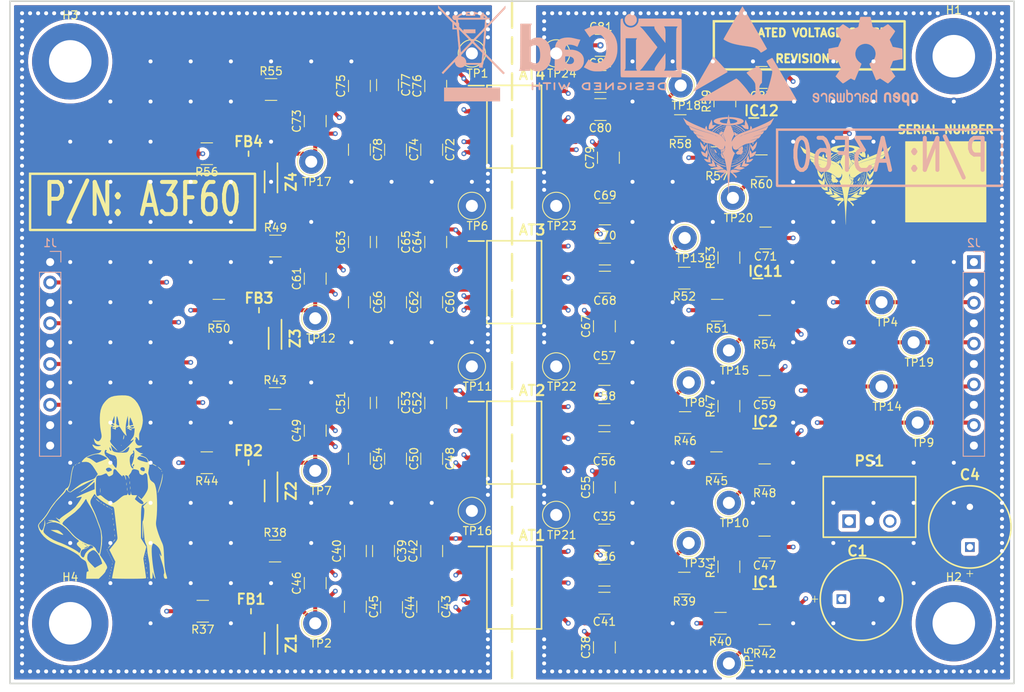
<source format=kicad_pcb>
(kicad_pcb (version 20241229) (generator "pcbnew") (generator_version "9.0")
  (layers (0 "F.Cu" signal) (4 "In1.Cu" signal) (6 "In2.Cu" signal) (2 "B.Cu" signal) (13 "F.Paste" user) (15 "B.Paste" user) (5 "F.SilkS" user "F.Silkscreen") (7 "B.SilkS" user "B.Silkscreen") (1 "F.Mask" user) (3 "B.Mask" user) (25 "Edge.Cuts" user))
  (net 0 "")
  (net 1 "+5V")
  (net 2 "Net-(AT1-DCDC_IN)")
  (net 3 "GNDPWR")
  (net 4 "Net-(AT1-INN)")
  (net 5 "Net-(AT1-OUTP)")
  (net 6 "Net-(AT1-OUTN)")
  (net 7 "Net-(AT1-HLDO_OUT)")
  (net 9 "GND")
  (net 10 "Net-(AT1-DCDC_OUT)")
  (net 12 "Net-(AT1-INP)")
  (net 13 "Net-(AT2-OUTP)")
  (net 15 "Net-(AT2-INN)")
  (net 16 "Net-(AT2-DCDC_IN)")
  (net 17 "Net-(AT2-HLDO_OUT)")
  (net 18 "Net-(AT2-INP)")
  (net 19 "Net-(AT2-OUTN)")
  (net 20 "Net-(AT2-DCDC_OUT)")
  (net 22 "Net-(AT3-INP)")
  (net 23 "Net-(AT3-DCDC_IN)")
  (net 25 "Net-(AT3-DCDC_OUT)")
  (net 26 "Net-(AT3-HLDO_OUT)")
  (net 28 "Net-(AT3-OUTP)")
  (net 29 "Net-(AT3-INN)")
  (net 30 "Net-(AT3-OUTN)")
  (net 31 "Net-(AT4-INP)")
  (net 32 "Net-(AT4-OUTN)")
  (net 33 "Net-(AT4-DCDC_OUT)")
  (net 34 "Net-(AT4-DCDC_IN)")
  (net 35 "Net-(AT4-INN)")
  (net 36 "Net-(AT4-HLDO_OUT)")
  (net 39 "Net-(AT4-OUTP)")
  (net 40 "Net-(IC1--IN)")
  (net 41 "Net-(IC1-+IN)")
  (net 42 "DC_LINK_BUS_ISOLATED_VSENSE")
  (net 43 "PHASE_U_ISOLATED_VSENSE")
  (net 44 "Net-(IC2--IN)")
  (net 45 "Net-(IC2-+IN)")
  (net 46 "Net-(IC11--IN)")
  (net 47 "PHASE_V_ISOLATED_VSENSE")
  (net 48 "Net-(IC11-+IN)")
  (net 49 "PHASE_W_ISOLATED_VSENSE")
  (net 50 "Net-(IC12-+IN)")
  (net 51 "Net-(IC12--IN)")
  (net 52 "PHASE_V_VSENSE")
  (net 53 "PHASE_U_VSENSE")
  (net 54 "DC_LINK_BUS_VSENSE")
  (net 55 "PHASE_W_VSENSE")
  (net 60 "+3.3V")
  (net 61 "Net-(FB1-Pad1)")
  (net 62 "Net-(FB2-Pad1)")
  (net 63 "Net-(FB3-Pad1)")
  (net 64 "Net-(FB4-Pad1)")
  (footprint "Resistor_SMD:R_1210_3225Metric_Pad1.30x2.65mm_HandSolder" (layer "F.Cu") (at 120.55 88)
    (property "Reference" "R49")
    (property "Value" "0")
  )
  (footprint "Capacitor_SMD:C_1210_3225Metric_Pad1.33x2.70mm_HandSolder" (layer "F.Cu") (at 140.5 68.0625 90)
    (property "Reference" "C76")
    (property "Value" "100nF")
  )
  (footprint "InverterCom:R78K3310" (layer "F.Cu") (at 191.96 122.275)
    (property "Reference" "PS1")
    (property "Value" "R-78K3.3-1.0" (hide yes))
  )
  (footprint "Resistor_SMD:R_1210_3225Metric_Pad1.30x2.65mm_HandSolder" (layer "F.Cu") (at 175.55 96 180)
    (property "Reference" "R51")
    (property "Value" "10k")
  )
  (footprint "InverterCom:SOD3716X135N" (layer "F.Cu") (at 120 118.5 -90)
    (property "Reference" "Z2")
    (property "Value" "SZMMSZ4678T1G" (hide yes))
  )
  (footprint "Capacitor_SMD:C_1210_3225Metric_Pad1.33x2.70mm_HandSolder" (layer "F.Cu") (at 161.5 124)
    (property "Reference" "C35")
    (property "Value" "1uF")
  )
  (footprint "InverterCom:SOT65P210X110-5N" (layer "F.Cu") (at 181.55 93.15)
    (property "Reference" "IC11")
    (property "Value" "TLV6001QDCKRQ1" (hide yes))
  )
  (footprint "MountingHole:MountingHole_5.3mm_M5_ISO7380_Pad" (layer "F.Cu") (at 95 135)
    (property "Reference" "H4")
    (property "Value" "MountingHole_Pad")
  )
  (footprint "Capacitor_SMD:C_1210_3225Metric_Pad1.33x2.70mm_HandSolder" (layer "F.Cu") (at 181.0625 67 180)
    (property "Reference" "C83")
    (property "Value" "100nF")
  )
  (footprint "Resistor_SMD:R_1210_3225Metric_Pad1.30x2.65mm_HandSolder" (layer "F.Cu") (at 171.55 110 180)
    (property "Reference" "R46")
    (property "Value" "10k")
  )
  (footprint "InverterCom:SOD3716X135N" (layer "F.Cu") (at 120.5 99.5 -90)
    (property "Reference" "Z3")
    (property "Value" "SZMMSZ4678T1G" (hide yes))
  )
  (footprint "InverterCom:BEADC1608X100N" (layer "F.Cu") (at 118.5 96)
    (property "Reference" "FB3")
    (property "Value" "FBMJ1608HS220NTR" (hide yes))
  )
  (footprint "TestPoint:TestPoint_Loop_D2.54mm_Drill1.5mm_Beaded" (layer "F.Cu") (at 171 68)
    (property "Reference" "TP18")
    (property "Value" "TestPoint")
  )
  (footprint "TestPoint:TestPoint_Loop_D2.54mm_Drill1.5mm_Beaded" (layer "F.Cu") (at 155.5 103)
    (property "Reference" "TP22")
    (property "Value" "TestPoint")
  )
  (footprint "TestPoint:TestPoint_Loop_D2.54mm_Drill1.5mm_Beaded" (layer "F.Cu") (at 145 103)
    (property "Reference" "TP11")
    (property "Value" "TestPoint")
  )
  (footprint "Resistor_SMD:R_1210_3225Metric_Pad1.30x2.65mm_HandSolder" (layer "F.Cu") (at 120.5 126)
    (property "Reference" "R38")
    (property "Value" "0")
  )
  (footprint "Resistor_SMD:R_1210_3225Metric_Pad1.30x2.65mm_HandSolder" (layer "F.Cu") (at 170.95 73 180)
    (property "Reference" "R58")
    (property "Value" "10k")
  )
  (footprint "TestPoint:TestPoint_Loop_D2.54mm_Drill1.5mm_Beaded" (layer "F.Cu") (at 177 120)
    (property "Reference" "TP10")
    (property "Value" "TestPoint")
  )
  (footprint "TestPoint:TestPoint_Loop_D2.54mm_Drill1.5mm_Beaded" (layer "F.Cu") (at 172 105)
    (property "Reference" "TP8")
    (property "Value" "TestPoint")
  )
  (footprint "Resistor_SMD:R_1210_3225Metric_Pad1.30x2.65mm_HandSolder" (layer "F.Cu") (at 177 107.95 90)
    (property "Reference" "R47")
    (property "Value" "16.5k")
  )
  (footprint "InverterCom:Silkscreen_Logo_CelstialBeing_S" (layer "F.Cu") (at 191.5 80)
    (property "Reference" "G***" (hide yes))
    (property "Value" "LOGO" (hide yes))
  )
  (footprint "Capacitor_SMD:C_1210_3225Metric_Pad1.33x2.70mm_HandSolder" (layer "F.Cu") (at 161 71 180)
    (property "Reference" "C80")
    (property "Value" "10nF")
  )
  (footprint "TestPoint:TestPoint_Loop_D2.54mm_Drill1.5mm_Beaded" (layer "F.Cu") (at 177 140 90)
    (property "Reference" "TP5")
    (property "Value" "TestPoint")
  )
  (footprint "InverterCom:BEADC1608X100N" (layer "F.Cu") (at 117.5 133.5)
    (property "Reference" "FB1")
    (property "Value" "FBMJ1608HS220NTR" (hide yes))
  )
  (footprint "TestPoint:TestPoint_Loop_D2.54mm_Drill1.5mm_Beaded" (layer "F.Cu") (at 172 125)
    (property "Reference" "TP3")
    (property "Value" "TestPoint")
  )
  (footprint "TestPoint:TestPoint_Loop_D2.54mm_Drill1.5mm_Beaded" (layer "F.Cu") (at 125.5 135)
    (property "Reference" "TP2")
    (property "Value" "TestPoint")
  )
  (footprint "Resistor_SMD:R_1210_3225Metric_Pad1.30x2.65mm_HandSolder" (layer "F.Cu") (at 120.5 107)
    (property "Reference" "R43")
    (property "Value" "0")
  )
  (footprint "Capacitor_SMD:C_1210_3225Metric_Pad1.33x2.70mm_HandSolder" (layer "F.Cu") (at 135.5 95 -90)
    (property "Reference" "C62")
    (property "Value" "100nF")
  )
  (footprint "Resistor_SMD:R_1210_3225Metric_Pad1.30x2.65mm_HandSolder" (layer "F.Cu") (at 181.45 116.5 180)
    (property "Reference" "R48")
    (property "Value" "16.5k")
  )
  (footprint "Capacitor_SMD:C_1210_3225Metric_Pad1.33x2.70mm_HandSolder" (layer "F.Cu") (at 125.5 130 90)
    (property "Reference" "C46")
    (property "Value" "10nF")
  )
  (footprint "Capacitor_SMD:C_1210_3225Metric_Pad1.33x2.70mm_HandSolder" (layer "F.Cu") (at 140 126 90)
    (property "Reference" "C42")
    (property "Value" "100nF")
  )
  (footprint "TestPoint:TestPoint_Loop_D2.54mm_Drill1.5mm_Beaded" (layer "F.Cu") (at 196 105.5)
    (property "Reference" "TP14")
    (property "Value" "TestPoint")
  )
  (footprint "Capacitor_SMD:C_1210_3225Metric_Pad1.33x2.70mm_HandSolder" (layer "F.Cu") (at 161.5 132.5 180)
    (property "Reference" "C41")
    (property "Value" "10nF")
  )
  (footprint "Capacitor_SMD:C_1210_3225Metric_Pad1.33x2.70mm_HandSolder" (layer "F.Cu") (at 135.5 76 -90)
    (property "Reference" "C74")
    (property "Value" "100nF")
  )
  (footprint "InverterCom:CAPPRD500W60D1025H1750" (layer "F.Cu") (at 191 132)
    (property "Reference" "C1")
    (property "Value" "UVY1E102MPD1TD" (hide yes))
  )
  (footprint "Resistor_SMD:R_1210_3225Metric_Pad1.30x2.65mm_HandSolder" (layer "F.Cu") (at 176.5 69.95 90)
    (property "Reference" "R59")
    (property "Value" "16.5k")
  )
  (footprint "Capacitor_SMD:C_1210_3225Metric_Pad1.33x2.70mm_HandSolder" (layer "F.Cu") (at 181.4375 125.5 180)
    (property "Reference" "C47")
    (property "Value" "100nF")
  )
  (footprint "TestPoint:TestPoint_Loop_D2.54mm_Drill1.5mm_Beaded" (layer "F.Cu") (at 145 64)
    (property "Reference" "TP1")
    (property "Value" "TestPoint")
  )
  (footprint "Capacitor_SMD:C_1210_3225Metric_Pad1.33x2.70mm_HandSolder" (layer "F.Cu") (at 135.5 114.5 -90)
    (property "Reference" "C50")
    (property "Value" "100nF")
  )
  (footprint "Capacitor_SMD:C_1210_3225Metric_Pad1.33x2.70mm_HandSolder" (layer "F.Cu") (at 131 95 -90)
    (property "Reference" "C66")
    (property "Value" "1uF")
  )
  (footprint "Capacitor_SMD:C_1210_3225Metric_Pad1.33x2.70mm_HandSolder" (layer "F.Cu") (at 131 114.5 -90)
    (property "Reference" "C54")
    (property "Value" "1uF")
  )
  (footprint "InverterCom:SOD3716X135N" (layer "F.Cu") (at 120 80 -90)
    (property "Reference" "Z4")
    (property "Value" "SZMMSZ4678T1G" (hide yes))
  )
  (footprint "Capacitor_SMD:C_1210_3225Metric_Pad1.33x2.70mm_HandSolder" (layer "F.Cu") (at 131 68.0625 90)
    (property "Reference" "C75")
    (property "Value" "10nF")
  )
  (footprint "Capacitor_SMD:C_1210_3225Metric_Pad1.33x2.70mm_HandSolder" (layer "F.Cu") (at 161.5 109)
    (property "Reference" "C58")
    (property "Value" "100nF")
  )
  (footprint "Capacitor_SMD:C_1210_3225Metric_Pad1.33x2.70mm_HandSolder" (layer "F.Cu") (at 139.5 132.9375 -90)
    (property "Reference" "C43")
    (property "Value" "10nF")
  )
  (footprint "TestPoint:TestPoint_Loop_D2.54mm_Drill1.5mm_Beaded" (layer "F.Cu") (at 145 121)
    (property "Reference" "TP16")
    (property "Value" "TestPoint")
  )
  (footprint "TestPoint:TestPoint_Loop_D2.54mm_Drill1.5mm_Beaded" (layer "F.Cu") (at 125 77.5)
    (property "Reference" "TP17")
    (property "Value" "TestPoint")
  )
  (footprint "Capacitor_SMD:C_1210_3225Metric_Pad1.33x2.70mm_HandSolder" (layer "F.Cu") (at 134.5 67.9375 -90)
    (property "Reference" "C77")
    (property "Value" "1uF")
  )
  (footprint "Capacitor_SMD:C_1210_3225Metric_Pad1.33x2.70mm_HandSolder" (layer "F.Cu") (at 161.0625 63)
    (property "Reference" "C81")
    (property "Value" "1uF")
  )
  (footprint "InverterCom:SOT65P210X110-5N" (layer "F.Cu") (at 181.55 131.85)
    (property "Reference" "IC1")
    (property "Value" "TLV6001QDCKRQ1" (hide yes))
  )
  (footprint "Resistor_SMD:R_1210_3225Metric_Pad1.30x2.65mm_HandSolder" (layer "F.Cu") (at 111.5 133.5 180)
    (property "Reference" "R37")
    (property "Value" "0")
  )
  (footprint "Resistor_SMD:R_1210_3225Metric_Pad1.30x2.65mm_HandSolder" (layer "F.Cu") (at 175.5 77 180)
    (property "Reference" "R57")
    (property "Value" "10k")
  )
  (footprint "Capacitor_SMD:C_1210_3225Metric_Pad1.33x2.70mm_HandSolder" (layer "F.Cu") (at 161.5 112.5 180)
    (property "Reference" "C56")
    (property "Value" "10nF")
  )
  (footprint "Capacitor_SMD:C_1210_3225Metric_Pad1.33x2.70mm_HandSolder" (layer "F.Cu") (at 161.5 98 90)
    (property "Reference" "C67")
    (property "Value" "100nF")
  )
  (footprint "InverterCom:BEADC1608X100N" (layer "F.Cu") (at 117.2 115)
    (property "Reference" "FB2")
    (property "Value" "FBMJ1608HS220NTR" (hide yes))
  )
  (footprint "Resistor_SMD:R_1210_3225Metric_Pad1.30x2.65mm_HandSolder" (layer "F.Cu") (at 112 115 180)
    (property "Reference" "R44")
    (property "Value" "0")
  )
  (footprint "TestPoint:TestPoint_Loop_D2.54mm_Drill1.5mm_Beaded" (layer "F.Cu") (at 177 101)
    (property "Reference" "TP15")
    (property "Value" "TestPoint")
  )
  (footprint "InverterCom:SOIC127P1030X265-16N" (layer "F.Cu") (at 150.275 130.555)
    (property "Reference" "AT1")
    (property "Value" "AMC3330QDWERQ1" (hide yes))
  )
  (footprint "Resistor_SMD:R_1210_3225Metric_Pad1.30x2.65mm_HandSolder" (layer "F.Cu") (at 171.45 130 180)
    (property "Reference" "R39")
    (property "Value" "10k")
  )
  (footprint "Capacitor_SMD:C_1210_3225Metric_Pad1.33x2.70mm_HandSolder" (layer "F.Cu") (at 134.5 107.5 -90)
    (property "Reference" "C53")
    (property "Value" "1uF")
  )
  (footprint "Capacitor_SMD:C_1210_3225Metric_Pad1.33x2.70mm_HandSolder" (layer "F.Cu") (at 161.5625 92.5 180)
    (property "Reference" "C68")
    (property "Value" "10nF")
  )
  (footprint "Capacitor_SMD:C_1210_3225Metric_Pad1.33x2.70mm_HandSolder" (layer "F.Cu") (at 140 114.5 -90)
    (property "Reference" "C48")
    (property "Value" "10nF")
  )
  (footprint "TestPoint:TestPoint_Loop_D2.54mm_Drill1.5mm_Beaded" (layer "F.Cu") (at 145 83)
    (property "Reference" "TP6")
    (property "Value" "TestPoint")
  )
  (footprint "InverterCom:SOD3716X135N" (layer "F.Cu") (at 120 137.5 -90)
    (property "Reference" "Z1")
    (property "Value" "SZMMSZ4678T1G" (hide yes))
  )
  (footprint "InverterCom:SOIC127P1030X265-16N" (layer "F.Cu") (at 150.275 73.135)
    (property "Reference" "AT4")
    (property "Value" "AMC3330QDWERQ1" (hide yes))
  )
  (footprint "TestPoint:TestPoint_Loop_D2.54mm_Drill1.5mm_Beaded" (layer "F.Cu") (at 155.5 83)
    (property "Reference" "TP23")
    (property "Value" "TestPoint")
  )
  (footprint "Capacitor_SMD:C_1210_3225Metric_Pad1.33x2.70mm_HandSolder" (layer "F.Cu") (at 181.4375 105.5 180)
    (property "Reference" "C59")
    (property "Value" "100nF")
  )
  (footprint "Resistor_SMD:R_1210_3225Metric_Pad1.30x2.65mm_HandSolder" (layer "F.Cu") (at 177 89.45 90)
    (property "Reference" "R53")
    (property "Value" "16.5k")
  )
  (footprint "MountingHole:MountingHole_5.3mm_M5_ISO7380_Pad" (layer "F.Cu") (at 205 135)
    (property "Reference" "H2")
    (property "Value" "MountingHole_Pad")
  )
  (footprint "InverterCom:Char_AllelujahHaptism_20mm" (layer "F.Cu") (at 101 118)
    (property "Reference" "G***" (hide yes))
    (property "Value" "LOGO" (hide yes))
  )
  (footprint "Capacitor_SMD:C_1210_3225Metric_Pad1.33x2.70mm_HandSolder" (layer "F.Cu") (at 130.5 126 90)
    (property "Reference" "C40")
    (property "Value" "10nF")
  )
  (footprint "TestPoint:TestPoint_Loop_D2.54mm_Drill1.5mm_Beaded" (layer "F.Cu") (at 155.5 64)
    (property "Reference" "TP24")
    (property "Value" "TestPoint")
  )
  (footprint "Resistor_SMD:R_1210_3225Metric_Pad1.30x2.65mm_HandSolder" (layer "F.Cu") (at 175.95 135 180)
    (property "Reference" "R40")
    (property "Value" "10k")
  )
  (footprint "Capacitor_SMD:C_1210_3225Metric_Pad1.33x2.70mm_HandSolder" (layer "F.Cu") (at 162 77 90)
    (property "Reference" "C79")
    (property "Value" "100nF")
  )
  (footprint "TestPoint:TestPoint_Loop_D2.54mm_Drill1.5mm_Beaded" (layer "F.Cu") (at 177.5 82)
    (property "Reference" "TP20")
    (property "Value" "TestPoint")
  )
  (footprint "Capacitor_SMD:C_1210_3225Metric_Pad1.33x2.70mm_HandSolder" (layer "F.Cu") (at 140 95 -90)
    (property "Reference" "C60")
    (property "Value" "10nF")
  )
  (footprint "Resistor_SMD:R_1210_3225Metric_Pad1.30x2.65mm_HandSolder" (layer "F.Cu") (at 177 127.95 90)
    (property "Reference" "R41")
    (property "Value" "16.5k")
  )
  (footprint "MountingHole:MountingHole_5.3mm_M5_ISO7380_Pad" (layer "F.Cu") (at 95 65)
    (property "Reference" "H3")
    (property "Value" "MountingHole_Pad")
  )
  (footprint "Capacitor_SMD:C_1210_3225Metric_Pad1.33x2.70mm_HandSolder" (layer "F.Cu") (at 140.5 107.5625 90)
    (property "Reference" "C52")
    (property "Value" "100nF")
  )
  (footprint "Capacitor_SMD:C_1210_3225Metric_Pad1.33x2.70mm_HandSolder" (layer "F.Cu") (at 161.5 104)
    (property "Reference" "C57")
    (property "Value" "1uF")
  )
  (footprint "Capacitor_SMD:C_1210_3225Metric_Pad1.33x2.70mm_HandSolder" (layer "F.Cu") (at 134 126 -90)
    (property "Reference" "C39")
    (property "Value" "1uF")
  )
  (footprint "Resistor_SMD:R_1210_3225Metric_Pad1.30x2.65mm_HandSolder" (layer "F.Cu") (at 181.45 136.5 180)
    (property "Reference" "R42")
    (property "Value" "16.5k")
  )
  (footprint "Capacitor_SMD:C_1210_3225Metric_Pad1.33x2.70mm_HandSolder" (layer "F.Cu") (at 161.5625 89)
    (property "Reference" "C70")
    (property "Value" "100nF")
  )
  (footprint "Capacitor_SMD:C_1210_3225Metric_Pad1.33x2.70mm_HandSolder" (layer "F.Cu") (at 131 76 -90)
    (property "Reference" "C78")
    (property "Value" "1uF")
  )
  (footprint "TestPoint:TestPoint_Loop_D2.54mm_Drill1.5mm_Beaded" (layer "F.Cu") (at 155.5 121.5)
    (property "Reference" "TP21")
    (property "Value" "TestPoint")
  )
  (footprint "TestPoint:TestPoint_Loop_D2.54mm_Drill1.5mm_Beaded" (layer "F.Cu") (at 196 95)
    (property "Reference" "TP4")
    (property "Value" "TestPoint")
  )
  (footprint "Capacitor_SMD:C_1210_3225Metric_Pad1.33x2.70mm_HandSolder" (layer "F.Cu") (at 181.5625 87 180)
    (property "Reference" "C71")
    (property "Value" "100nF")
  )
  (footprint "Resistor_SMD:R_1210_3225Metric_Pad1.30x2.65mm_HandSolder" (layer "F.Cu") (at 181.45 98 180)
    (property "Reference" "R54")
    (property "Value" "16.5k")
  )
  (footprint "Capacitor_SMD:C_1210_3225Metric_Pad1.33x2.70mm_HandSolder" (layer "F.Cu") (at 161.5 129)
    (property "Reference" "C36")
    (property "Value" "100nF")
  )
  (footprint "Resistor_SMD:R_1210_3225Metric_Pad1.30x2.65mm_HandSolder" (layer "F.Cu") (at 120 68.5)
    (property "Reference" "R55")
    (property "Value" "0")
  )
  (footprint "Resistor_SMD:R_1210_3225Metric_Pad1.30x2.65mm_HandSolder" (layer "F.Cu") (at 113.5 96 180)
    (property "Reference" "R50")
    (property "Value" "0")
  )
  (footprint "Capacitor_SMD:C_1210_3225Metric_Pad1.33x2.70mm_HandSolder" (layer "F.Cu") (at 161 67.5)
    (property "Reference" "C82")
    (property "Value" "100nF")
  )
  (footprint "Capacitor_SMD:C_1210_3225Metric_Pad1.33x2.70mm_HandSolder" (layer "F.Cu") (at 161.5 138 90)
    (property "Reference" "C38")
    (property "Value" "100nF")
  )
  (footprint "InverterCom:SOT65P210X110-5N" (layer "F.Cu") (at 181.55 111.85)
    (property "Reference" "IC2")
    (property "Value" "TLV6001QDCKRQ1" (hide yes))
  )
  (footprint "Capacitor_SMD:C_1210_3225Metric_Pad1.33x2.70mm_HandSolder" (layer "F.Cu") (at 131 107.5625 90)
    (property "Reference" "C51")
    (property "Value" "10nF")
  )
  (footprint "TestPoint:TestPoint_Loop_D2.54mm_Drill1.5mm_Beaded" (layer "F.Cu") (at 125.5 116)
    (property "Reference" "TP7")
    (property "Value" "TestPoint")
  )
  (footprint "InverterCom:SOT65P210X110-5N" (layer "F.Cu") (at 181.05 73.15)
    (property "Reference" "IC12")
    (property "Value" "TLV6001QDCKRQ1" (hide yes))
  )
  (footprint "InverterCom:SOIC127P1030X265-16N" (layer "F.Cu") (at 150.275 112.5)
    (property "Reference" "AT2")
    (property "Value" "AMC3330QDWERQ1" (hide yes))
  )
  (footprint "Capacitor_SMD:C_1210_3225Metric_Pad1.33x2.70mm_HandSolder" (layer "F.Cu") (at 131 87.5 90)
    (property "Reference" "C63")
    (property "Value" "10nF")
  )
  (footprint "Capacitor_SMD:C_1210_3225Metric_Pad1.33x2.70mm_HandSolder" (layer "F.Cu") (at 140.5 87.5 90)
    (property "Reference" "C64")
    (property "Value" "100nF")
  )
  (footprint "Capacitor_SMD:C_1210_3225Metric_Pad1.33x2.70mm_HandSolder" (layer "F.Cu") (at 130.5 132.9375 -90)
    (property "Reference" "C45")
    (property "Value" "1uF")
  )
  (footprint "MountingHole:MountingHole_5.3mm_M5_ISO7380_Pad" (layer "F.Cu") (at 205 64.35)
    (property "Reference" "H1")
    (property "Value" "MountingHole_Pad")
  )
  (footprint "Resistor_SMD:R_1210_3225Metric_Pad1.30x2.65mm_HandSolder" (layer "F.Cu") (at 171.45 92 180)
    (property "Reference" "R52")
    (property "Value" "10k")
  )
  (footprint "Capacitor_SMD:C_1210_3225Metric_Pad1.33x2.70mm_HandSolder" (layer "F.Cu") (at 125.5 111 90)
    (property "Reference" "C49")
    (property "Value" "10nF")
  )
  (footprint "Resistor_SMD:R_1210_3225Metric_Pad1.30x2.65mm_HandSolder" (layer "F.Cu") (at 181.05 78 180)
    (property "Reference" "R60")
    (property "Value" "16.5k")
  )
  (footprint "TestPoint:TestPoint_Loop_D2.54mm_Drill1.5mm_Beaded" (layer "F.Cu") (at 125.5 97)
    (property "Reference" "TP12")
    (property "Value" "TestPoint")
  )
  (footprint "Capacitor_SMD:C_1210_3225Metric_Pad1.33x2.70mm_HandSolder" (layer "F.Cu") (at 125.5 92.0625 90)
    (property "Reference" "C61")
    (property "Value" "10nF")
  )
  (footprint "TestPoint:TestPoint_Loop_D2.54mm_Drill1.5mm_Beaded" (layer "F.Cu") (at 171.5 87)
    (property "Reference" "TP13")
    (property "Value" "TestPoint")
  )
  (footprint "InverterCom:CAPPRD500W60D1025H1750" (layer "F.Cu") (at 207 125.5 90)
    (property "Reference" "C4")
    (property "Value" "UVY1E102MPD1TD" (hide yes))
  )
  (footprint "InverterCom:BEADC1608X100N" (layer "F.Cu") (at 117.2 76.5)
    (property "Reference" "FB4")
    (property "Value" "FBMJ1608HS220NTR" (hide yes))
  )
  (footprint "Resistor_SMD:R_1210_3225Metric_Pad1.30x2.65mm_HandSolder" (layer "F.Cu") (at 112 76.5 180)
    (property "Reference" "R56")
    (property "Value" "0")
  )
  (footprint "Capacitor_SMD:C_1210_3225Metric_Pad1.33x2.70mm_HandSolder" (layer "F.Cu") (at 140 76 -90)
    (property "Reference" "C72")
    (property "Value" "10nF")
  )
  (footprint "Capacitor_SMD:C_1210_3225Metric_Pad1.33x2.70mm_HandSolder" (layer "F.Cu") (at 135 133 -90)
    (property "Reference" "C44")
    (property "Value" "100nF")
  )
  (footprint "Resistor_SMD:R_1210_3225Metric_Pad1.30x2.65mm_HandSolder" (layer "F.Cu") (at 175.45 115 180)
    (property "Reference" "R45")
    (property "Value" "10k")
  )
  (footprint "TestPoint:TestPoint_Loop_D2.54mm_Drill1.5mm_Beaded" (layer "F.Cu") (at 200.5 110)
    (property "Reference" "TP9")
    (property "Value" "TestPoint")
  )
  (footprint "Capacitor_SMD:C_1210_3225Metric_Pad1.33x2.70mm_HandSolder" (layer "F.Cu") (at 134.5 87.5 -90)
    (property "Reference" "C65")
    (property "Value" "1uF")
  )
  (footprint "Capacitor_SMD:C_1210_3225Metric_Pad1.33x2.70mm_HandSolder" (layer "F.Cu") (at 125.5 72.4375 90)
    (property "Reference" "C73")
    (property "Value" "10nF")
  )
  (footprint "Capacitor_SMD:C_1210_3225Metric_Pad1.33x2.70mm_HandSolder" (layer "F.Cu") (at 161.5625 84)
    (property "Reference" "C69")
    (property "Value" "1uF")
  )
  (footprint "InverterCom:SOIC127P1030X265-16N" (layer "F.Cu") (at 150.275 92.5)
    (property "Reference" "AT3")
    (property "Value" "AMC3330QDWERQ1" (hide yes))
  )
  (footprint "Capacitor_SMD:C_1210_3225Metric_Pad1.33x2.70mm_HandSolder" (layer "F.Cu") (at 161.5 118.0625 90)
    (property "Reference" "C55")
    (property "Value" "100nF")
  )
  (footprint "TestPoint:TestPoint_Loop_D2.54mm_Drill1.5mm_Beaded" (layer "F.Cu") (at 200 100)
    (property "Reference" "TP19")
    (property "Value" "TestPoint")
  )
  (footprint "Symbol:OSHW-Logo2_14.6x12mm_SilkScreen" (layer "B.Cu") (at 194 65 180)
    (property "Reference" "REF**" (hide yes))
    (property "Value" "OSHW-Logo2_14.6x12mm_SilkScreen" (hide yes))
  )
  (footprint "Symbol:KiCad-Logo2_8mm_SilkScreen" (layer "B.Cu") (at 161 63 180)
    (property "Reference" "REF**" (hide yes))
    (property "Value" "KiCad-Logo2_8mm_SilkScreen" (hide yes))
  )
  (footprint "InverterCom:Silkscreen_Logo_CelstialBeing_S" (layer "B.Cu") (at 177 76.5 180)
    (property "Reference" "G***" (hide yes))
    (property "Value" "LOGO" (hide yes))
  )
  (footprint "Connector_PinHeader_2.54mm:PinHeader_1x10_P2.54mm_Vertical" (layer "B.Cu") (at 92.5 90 180)
    (property "Reference" "J1")
    (property "Value" "Conn_01x10_Pin")
  )
  (footprint "Connector_PinHeader_2.54mm:PinHeader_1x10_P2.54mm_Vertical" (layer "B.Cu") (at 207.5 90 180)
    (property "Reference" "J2")
    (property "Value" "Conn_01x10_Pin")
  )
  (footprint "Symbol:WEEE-Logo_8.4x12mm_SilkScreen" (layer "B.Cu") (at 145 64 180)
    (property "Reference" "REF**" (hide yes))
    (property "Value" "WEEE-Logo_8.4x12mm_SilkScreen" (hide yes))
  )
  (footprint "Symbol:ESD-Logo_13.2x12mm_SilkScreen" (layer "B.Cu") (at 179 64 180)
    (property "Reference" "REF**" (hide yes))
    (property "Value" "ESD-Logo_13.2x12mm_SilkScreen" (hide yes))
  )
  (gr_rect (start 199 75) (end 209 85) (stroke (width 0.1)) (fill yes) (layer "F.SilkS"))
  (gr_line (start 150 57.5) (end 150 142.5) (stroke (width 0.3) (type dash)) (layer "F.SilkS"))
  (gr_rect (start 87.5 57.5) (end 212.5 142.5) (stroke (width 0.2)) (fill no) (layer "Edge.Cuts"))
  (gr_text "SERIAL NUMBER" (at 204 73.5 0) (layer "F.SilkS") (effects (font (size 1 1) (thickness 0.25) (bold yes))))
  (gr_text_box "P/N: A3F60" (start 90 79) (end 118 86) (margins 1.0025 1.0025 1.0025 1.0025) (layer "F.SilkS") (effects (font (size 4 2.75) (thickness 0.5) (bold yes)) (justify top)) (border yes) (stroke (width 0.3)))
  (gr_text_box "ISOLATED VOLTAGE SENSE\n\nREVISION A" (start 175.125 60) (end 198.875 66) (margins 1.0025 1.0025 1.0025 1.0025) (layer "F.SilkS") (effects (font (size 1 1) (thickness 0.25) (bold yes)) (justify top)) (border yes) (stroke (width 0.3)))
  (gr_text_box "P/N: A3F60" (start 183 73.5) (end 211 80.5) (margins 1.0025 1.0025 1.0025 1.0025) (layer "B.SilkS") (effects (font (size 4 2.75) (thickness 0.5) (bold yes)) (justify top mirror)) (border yes) (stroke (width 0.3)))
  (segment (start 183 130.7) (end 182.5 131.2) (width 0.5) (layer "F.Cu") (net 1))
  (segment (start 183.125 91.875) (end 182.5 92.5) (width 0.5) (layer "F.Cu") (net 1))
  (segment (start 183 105.5) (end 183 110.7) (width 0.5) (layer "F.Cu") (net 1))
  (segment (start 183 110.7) (end 182.5 111.2) (width 0.5) (layer "F.Cu") (net 1))
  (segment (start 184.5 67) (end 185 67.5) (width 0.5) (layer "F.Cu") (net 1))
  (segment (start 182.625 67) (end 184.5 67) (width 0.5) (layer "F.Cu") (net 1))
  (segment (start 183.125 87) (end 183.125 91.875) (width 0.5) (layer "F.Cu") (net 1))
  (segment (start 183 105.5) (end 183 104) (width 0.5) (layer "F.Cu") (net 1))
  (segment (start 183 125.5) (end 185 125.5) (width 0.5) (layer "F.Cu") (net 1))
  (segment (start 182 72.5) (end 182 67.625) (width 0.5) (layer "F.Cu") (net 1))
  (segment (start 183.125 87) (end 185 87) (width 0.5) (layer "F.Cu") (net 1))
  (segment (start 183 125.5) (end 183 130.7) (width 0.5) (layer "F.Cu") (net 1))
  (segment (start 183 104) (end 184 103) (width 0.5) (layer "F.Cu") (net 1))
  (segment (start 182 67.625) (end 182.625 67) (width 0.5) (layer "F.Cu") (net 1))
  (via (at 185 67.5) (size 0.6) (drill 0.3) (layers "F.Cu" "B.Cu") (net 1))
  (via (at 185 87) (size 0.6) (drill 0.3) (layers "F.Cu" "B.Cu") (net 1))
  (via (at 185 125.5) (size 0.6) (drill 0.3) (layers "F.Cu" "B.Cu") (net 1))
  (via (at 184 103) (size 0.6) (drill 0.3) (layers "F.Cu" "B.Cu") (net 1))
  (segment (start 156.89 126.11) (end 157 126) (width 0.5) (layer "F.Cu") (net 2))
  (segment (start 159.4375 136.4375) (end 159 136) (width 0.5) (layer "F.Cu") (net 2))
  (segment (start 155 126.11) (end 156.89 126.11) (width 0.5) (layer "F.Cu") (net 2))
  (segment (start 156.92 129.92) (end 157 130) (width 0.5) (layer "F.Cu") (net 2))
  (segment (start 155 129.92) (end 156.92 129.92) (width 0.5) (layer "F.Cu") (net 2))
  (segment (start 161.5 136.4375) (end 159.4375 136.4375) (width 0.5) (layer "F.Cu") (net 2))
  (via (at 157 130) (size 0.6) (drill 0.3) (layers "F.Cu" "B.Cu") (net 2))
  (via (at 159 136) (size 0.6) (drill 0.3) (layers "F.Cu" "B.Cu") (net 2))
  (via (at 157 126) (size 0.6) (drill 0.3) (layers "F.Cu" "B.Cu") (net 2))
  (via (at 93 59) (size 1) (drill 0.5) (layers "F.Cu" "B.Cu") (net 3))
  (via (at 90 141) (size 1) (drill 0.5) (layers "F.Cu" "B.Cu") (net 3))
  (via (at 89 136) (size 1) (drill 0.5) (layers "F.Cu" "B.Cu") (net 3))
  (via (at 125 125) (size 1) (drill 0.5) (layers "F.Cu" "B.Cu") (net 3))
  (via (at 132 59) (size 1) (drill 0.5) (layers "F.Cu" "B.Cu") (net 3))
  (via (at 118 59) (size 1) (drill 0.5) (layers "F.Cu" "B.Cu") (net 3))
  (via (at 97 59) (size 1) (drill 0.5) (layers "F.Cu" "B.Cu") (net 3))
  (via (at 110 125) (size 1) (drill 0.5) (layers "F.Cu" "B.Cu") (net 3))
  (via (at 89 111) (size 1) (drill 0.5) (layers "F.Cu" "B.Cu") (net 3))
  (via (at 89 120) (size 1) (drill 0.5) (layers "F.Cu" "B.Cu") (net 3))
  (via (at 134 141) (size 1) (drill 0.5) (layers "F.Cu" "B.Cu") (net 3))
  (via (at 120 141) (size 1) (drill 0.5) (layers "F.Cu" "B.Cu") (net 3))
  (via (at 89 63) (size 1) (drill 0.5) (layers "F.Cu" "B.Cu") (net 3))
  (via (at 109 141) (size 1) (drill 0.5) (layers "F.Cu" "B.Cu") (net 3))
  (via (at 89 82) (size 1) (drill 0.5) (layers "F.Cu" "B.Cu") (net 3))
  (via (at 147 100) (size 1) (drill 0.5) (layers "F.Cu" "B.Cu") (net 3))
  (via (at 89 98) (size 1) (drill 0.5) (layers "F.Cu" "B.Cu") (net 3))
  (via (at 89 85) (size 1) (drill 0.5) (layers "F.Cu" "B.Cu") (net 3))
  (via (at 89 81) (size 1) (drill 0.5) (layers "F.Cu" "B.Cu") (net 3))
  (via (at 117 141) (size 1) (drill 0.5) (layers "F.Cu" "B.Cu") (net 3))
  (via (at 89 121) (size 1) (drill 0.5) (layers "F.Cu" "B.Cu") (net 3))
  (via (at 89 126) (size 1) (drill 0.5) (layers "F.Cu" "B.Cu") (net 3))
  (via (at 95 120) (size 1) (drill 0.5) (layers "F.Cu" "B.Cu") (net 3))
  (via (at 89 115) (size 1) (drill 0.5) (layers "F.Cu" "B.Cu") (net 3))
  (via (at 135 100) (size 1) (drill 0.5) (layers "F.Cu" "B.Cu") (net 3))
  (via (at 101 141) (size 1) (drill 0.5) (layers "F.Cu" "B.Cu") (net 3))
  (via (at 146 59) (size 1) (drill 0.5) (layers "F.Cu" "B.Cu") (net 3))
  (via (at 125 105) (size 1) (drill 0.5) (layers "F.Cu" "B.Cu") (net 3))
  (via (at 95 141) (size 1) (drill 0.5) (layers "F.Cu" "B.Cu") (net 3))
  (via (at 89 140) (size 1) (drill 0.5) (layers "F.Cu" "B.Cu") (net 3))
  (via (at 121 141) (size 1) (drill 0.5) (layers "F.Cu" "B.Cu") (net 3))
  (via (at 95 115) (size 1) (drill 0.5) (layers "F.Cu" "B.Cu") (net 3))
  (via (at 89 124) (size 1) (drill 0.5) (layers "F.Cu" "B.Cu") (net 3))
  (via (at 120 130) (size 1) (drill 0.5) (layers "F.Cu" "B.Cu") (net 3))
  (via (at 110 59) (size 1) (drill 0.5) (layers "F.Cu" "B.Cu") (net 3))
  (via (at 147 99) (size 1) (drill 0.5) (layers "F.Cu" "B.Cu") (net 3))
  (via (at 143 59) (size 1) (drill 0.5) (layers "F.Cu" "B.Cu") (net 3))
  (via (at 128 59) (size 1) (drill 0.5) (layers "F.Cu" "B.Cu") (net 3))
  (via (at 145 80) (size 1) (drill 0.5) (layers "F.Cu" "B.Cu") (net 3))
  (via (at 110 80) (size 1) (drill 0.5) (layers "F.Cu" "B.Cu") (net 3))
  (via (at 115 59) (size 1) (drill 0.5) (layers "F.Cu" "B.Cu") (net 3))
  (via (at 89 125) (size 1) (drill 0.5) (layers "F.Cu" "B.Cu") (net 3))
  (via (at 105 85) (size 1) (drill 0.5) (layers "F.Cu" "B.Cu") (net 3))
  (via (at 147 101) (size 1) (drill 0.5) (layers "F.Cu" "B.Cu") (net 3))
  (via (at 115 125) (size 1) (drill 0.5) (layers "F.Cu" "B.Cu") (net 3))
  (via (at 100 85) (size 1) (drill 0.5) (layers "F.Cu" "B.Cu") (net 3))
  (via (at 89 117) (size 1) (drill 0.5) (layers "F.Cu" "B.Cu") (net 3))
  (via (at 147 62) (size 1) (drill 0.5) (layers "F.Cu" "B.Cu") (net 3))
  (via (at 89 118) (size 1) (drill 0.5) (layers "F.Cu" "B.Cu") (net 3))
  (via (at 89 130) (size 1) (drill 0.5) (layers "F.Cu" "B.Cu") (net 3))
  (via (at 132 141) (size 1) (drill 0.5) (layers "F.Cu" "B.Cu") (net 3))
  (via (at 140 59) (size 1) (drill 0.5) (layers "F.Cu" "B.Cu") (net 3))
  (via (at 105 90) (size 1) (drill 0.5) (layers "F.Cu" "B.Cu") (net 3))
  (via (at 147 117) (size 1) (drill 0.5) (layers "F.Cu" "B.Cu") (net 3))
  (via (at 110 120) (size 1) (drill 0.5) (layers "F.Cu" "B.Cu") (net 3))
  (via (at 89 138) (size 1) (drill 0.5) (layers "F.Cu" "B.Cu") (net 3))
  (via (at 107 141) (size 1) (drill 0.5) (layers "F.Cu" "B.Cu") (net 3))
  (via (at 147 98) (size 1) (drill 0.5) (layers "F.Cu" "B.Cu") (net 3))
  (via (at 127 59) (size 1) (drill 0.5) (layers "F.Cu" "B.Cu") (net 3))
  (via (at 89 92) (size 1) (drill 0.5) (layers "F.Cu" "B.Cu") (net 3))
  (via (at 115 85) (size 1) (drill 0.5) (layers "F.Cu" "B.Cu") (net 3))
  (via (at 103 141) (size 1) (drill 0.5) (layers "F.Cu" "B.Cu") (net 3))
  (via (at 104 59) (size 1) (drill 0.5) (layers "F.Cu" "B.Cu") (net 3))
  (via (at 108 141) (size 1) (drill 0.5) (layers "F.Cu" "B.Cu") (net 3))
  (via (at 125 120) (size 1) (drill 0.5) (layers "F.Cu" "B.Cu") (net 3))
  (via (at 120 85) (size 1) (drill 0.5) (layers "F.Cu" "B.Cu") (net 3))
  (via (at 95 105) (size 1) (drill 0.5) (layers "F.Cu" "B.Cu") (net 3))
  (via (at 105 70) (size 1) (drill 0.5) (layers "F.Cu" "B.Cu") (net 3))
  (via (at 115 105) (size 1) (drill 0.5) (layers "F.Cu" "B.Cu") (net 3))
  (via (at 96 141) (size 1) (drill 0.5) (layers "F.Cu" "B.Cu") (net 3))
  (via (at 147 59) (size 1) (drill 0.5) (layers "F.Cu" "B.Cu") (net 3))
  (via (at 89 89) (size 1) (drill 0.5) (layers "F.Cu" "B.Cu") (net 3))
  (via (at 89 62) (size 1) (drill 0.5) (layers "F.Cu" "B.Cu") (net 3))
  (via (at 95 85) (size 1) (drill 0.5) (layers "F.Cu" "B.Cu") (net 3))
  (via (at 94 59) (size 1) (drill 0.5) (layers "F.Cu" "B.Cu") (net 3))
  (via (at 113 141) (size 1) (drill 0.5) (layers "F.Cu" "B.Cu") (net 3))
  (via (at 105 65) (size 1) (drill 0.5) (layers "F.Cu" "B.Cu") (net 3))
  (via (at 89 107) (size 1) (drill 0.5) (layers "F.Cu" "B.Cu") (net 3))
  (via (at 125 100) (size 1) (drill 0.5) (layers "F.Cu" "B.Cu") (net 3))
  (via (at 110 130) (size 1) (drill 0.5) (layers "F.Cu" "B.Cu") (net 3))
  (via (at 142 141) (size 1) (drill 0.5) (layers "F.Cu" "B.Cu") (net 3))
  (via (at 89 103) (size 1) (drill 0.5) (layers "F.Cu" "B.Cu") (net 3))
  (via (at 94 141) (size 1) (drill 0.5) (layers "F.Cu" "B.Cu") (net 3))
  (via (at 100 100) (size 1) (drill 0.5) (layers "F.Cu" "B.Cu") (net 3))
  (via (at 111 141) (size 1) (drill 0.5) (layers "F.Cu" "B.Cu") (net 3))
  (via (at 89 78) (size 1) (drill 0.5) (layers "F.Cu" "B.Cu") (net 3))
  (via (at 124 59) (size 1) (drill 0.5) (layers "F.Cu" "B.Cu") (net 3))
  (via (at 122 141) (size 1) (drill 0.5) (layers "F.Cu" "B.Cu") (net 3))
  (via (at 89 106) (size 1) (drill 0.5) (layers "F.Cu" "B.Cu") (net 3))
  (via (at 89 116) (size 1) (drill 0.5) (layers "F.Cu" "B.Cu") (net 3))
  (via (at 89 87) (size 1) (drill 0.5) (layers "F.Cu" "B.Cu") (net 3))
  (via (at 95 125) (size 1) (drill 0.5) (layers "F.Cu" "B.Cu") (net 3))
  (via (at 109 59) (size 1) (drill 0.5) (layers "F.Cu" "B.Cu") (net 3))
  (via (at 121 59) (size 1) (drill 0.5) (layers "F.Cu" "B.Cu") (net 3))
  (via (at 100 115) (size 1) (drill 0.5) (layers "F.Cu" "B.Cu") (net 3))
  (via (at 135 59) (size 1) (drill 0.5) (layers "F.Cu" "B.Cu") (net 3))
  (via (at 89 69) (size 1) (drill 0.5) (layers "F.Cu" "B.Cu") (net 3))
  (via (at 105 59) (size 1) (drill 0.5) (layers "F.Cu" "B.Cu") (net 3))
  (via (at 106 141) (size 1) (drill 0.5) (layers "F.Cu" "B.Cu") (net 3))
  (via (at 147 119) (size 1) (drill 0.5) (layers "F.Cu" "B.Cu") (net 3))
  (via (at 141 141) (size 1) (drill 0.5) (layers "F.Cu" "B.Cu") (net 3))
  (via (at 93 141) (size 1) (drill 0.5) (layers "F.Cu" "B.Cu") (net 3))
  (via (at 129 141) (size 1) (drill 0.5) (layers "F.Cu" "B.Cu") (net 3))
  (via (at 115 80) (size 1) (drill 0.5) (layers "F.Cu" "B.Cu") (net 3))
  (via (at 110 110) (size 1) (drill 0.5) (layers "F.Cu" "B.Cu") (net 3))
  (via (at 100 59) (size 1) (drill 0.5) (layers "F.Cu" "B.Cu") (net 3))
  (via (at 120 65) (size 1) (drill 0.5) (layers "F.Cu" "B.Cu") (net 3))
  (via (at 95 100) (size 1) (drill 0.5) (layers "F.Cu" "B.Cu") (net 3))
  (via (at 89 73) (size 1) (drill 0.5) (layers "F.Cu" "B.Cu") (net 3))
  (via (at 111 59) (size 1) (drill 0.5) (layers "F.Cu" "B.Cu") (net 3))
  (via (at 115 141) (size 1) (drill 0.5) (layers "F.Cu" "B.Cu") (net 3))
  (via (at 147 137) (size 1) (drill 0.5) (layers "F.Cu" "B.Cu") (net 3))
  (via (at 108 59) (size 1) (drill 0.5) (layers "F.Cu" "B.Cu") (net 3))
  (via (at 147 80) (size 1) (drill 0.5) (layers "F.Cu" "B.Cu") (net 3))
  (via (at 89 105) (size 1) (drill 0.5) (layers "F.Cu" "B.Cu") (net 3))
  (via (at 91 141) (size 1) (drill 0.5) (layers "F.Cu" "B.Cu") (net 3))
  (via (at 128 141) (size 1) (drill 0.5) (layers "F.Cu" "B.Cu") (net 3))
  (via (at 101 59) (size 1) (drill 0.5) (layers "F.Cu" "B.Cu") (net 3))
  (via (at 147 118) (size 1) (drill 0.5) (layers "F.Cu" "B.Cu") (net 3))
  (via (at 89 100) (size 1) (drill 0.5) (layers "F.Cu" "B.Cu") (net 3))
  (via (at 92 59) (size 1) (drill 0.5) (layers "F.Cu" "B.Cu") (net 3))
  (via (at 123 141) (size 1) (drill 0.5) (layers "F.Cu" "B.Cu") (net 3))
  (via (at 89 59) (size 1) (drill 0.5) (layers "F.Cu" "B.Cu") (net 3))
  (via (at 118 141) (size 1) (drill 0.5) (layers "F.Cu" "B.Cu") (net 3))
  (via (at 120 59) (size 1) (drill 0.5) (layers "F.Cu" "B.Cu") (net 3))
  (via (at 89 64) (size 1) (drill 0.5) (layers "F.Cu" "B.Cu") (net 3))
  (via (at 137 59) (size 1) (drill 0.5) (layers "F.Cu" "B.Cu") (net 3))
  (via (at 110 90) (size 1) (drill 0.5) (layers "F.Cu" "B.Cu") (net 3))
  (via (at 89 97) (size 1) (drill 0.5) (layers "F.Cu" "B.Cu") (net 3))
  (via (at 122 59) (size 1) (drill 0.5) (layers "F.Cu" "B.Cu") (net 3))
  (via (at 126 59) (size 1) (drill 0.5) (layers "F.Cu" "B.Cu") (net 3))
  (via (at 89 132) (size 1) (drill 0.5) (layers "F.Cu" "B.Cu") (net 3))
  (via (at 89 108) (size 1) (drill 0.5) (layers "F.Cu" "B.Cu") (net 3))
  (via (at 89 75) (size 1) (drill 0.5) (layers "F.Cu" "B.Cu") (net 3))
  (via (at 102 59) (size 1) (drill 0.5) (layers "F.Cu" "B.Cu") (net 3))
  (via (at 125 141) (size 1) (drill 0.5) (layers "F.Cu" "B.Cu") (net 3))
  (via (at 104 141) (size 1) (drill 0.5) (layers "F.Cu" "B.Cu") (net 3))
  (via (at 100 105) (size 1) (drill 0.5) (layers "F.Cu" "B.Cu") (net 3))
  (via (at 147 78) (size 1) (drill 0.5) (layers "F.Cu" "B.Cu") (net 3))
  (via (at 146 141) (size 1) (drill 0.5) (layers "F.Cu" "B.Cu") (net 3))
  (via (at 89 102) (size 1) (drill 0.5) (layers "F.Cu" "B.Cu") (net 3))
  (via (at 142 59) (size 1) (drill 0.5) (layers "F.Cu" "B.Cu") (net 3))
  (via (at 105 105) (size 1) (drill 0.5) (layers "F.Cu" "B.Cu") (net 3))
  (via (at 89 86) (size 1) (drill 0.5) (layers "F.Cu" "B.Cu") (net 3))
  (via (at 89 65) (size 1) (drill 0.5) (layers "F.Cu" "B.Cu") (net 3))
  (via (at 100 110) (size 1) (drill 0.5) (layers "F.Cu" "B.Cu") (net 3))
  (via (at 133 59) (size 1) (drill 0.5) (layers "F.Cu" "B.Cu") (net 3))
  (via (at 145 100) (size 1) (drill 0.5) (layers "F.Cu" "B.Cu") (net 3))
  (via (at 89 61) (size 1) (drill 0.5) (layers "F.Cu" "B.Cu") (net 3))
  (via (at 115 120) (size 1) (drill 0.5) (layers "F.Cu" "B.Cu") (net 3))
  (via (at 147 81) (size 1) (drill 0.5) (layers "F.Cu" "B.Cu") (net 3))
  (via (at 89 137) (size 1) (drill 0.5) (layers "F.Cu" "B.Cu") (net 3))
  (via (at 130 120) (size 1) (drill 0.5) (layers "F.Cu" "B.Cu") (net 3))
  (via (at 113 59) (size 1) (drill 0.5) (layers "F.Cu" "B.Cu") (net 3))
  (via (at 129 59) (size 1) (drill 0.5) (layers "F.Cu" "B.Cu") (net 3))
  (via (at 110 65) (size 1) (drill 0.5) (layers "F.Cu" "B.Cu") (net 3))
  (via (at 89 84) (size 1) (drill 0.5) (layers "F.Cu" "B.Cu") (net 3))
  (via (at 115 110) (size 1) (drill 0.5) (layers "F.Cu" "B.Cu") (net 3))
  (via (at 147 97) (size 1) (drill 0.5) (layers "F.Cu" "B.Cu") (net 3))
  (via (at 136 141) (size 1) (drill 0.5) (layers "F.Cu" "B.Cu") (net 3))
  (via (at 89 95) (size 1) (drill 0.5) (layers "F.Cu" "B.Cu") (net 3))
  (via (at 89 93) (size 1) (drill 0.5) (layers "F.Cu" "B.Cu") (net 3))
  (via (at 145 59) (size 1) (drill 0.5) (layers "F.Cu" "B.Cu") (net 3))
  (via (at 105 100) (size 1) (drill 0.5) (layers "F.Cu" "B.Cu") (net 3))
  (via (at 89 94) (size 1) (drill 0.5) (layers "F.Cu" "B.Cu") (net 3))
  (via (at 95 80) (size 1) (drill 0.5) (layers "F.Cu" "B.Cu") (net 3))
  (via (at 130 141) (size 1) (drill 0.5) (layers "F.Cu" "B.Cu") (net 3))
  (via (at 89 80) (size 1) (drill 0.5) (layers "F.Cu" "B.Cu") (net 3))
  (via (at 95 110) (size 1) (drill 0.5) (layers "F.Cu" "B.Cu") (net 3))
  (via (at 89 88) (size 1) (drill 0.5) (layers "F.Cu" "B.Cu") (net 3))
  (via (at 115 65) (size 1) (drill 0.5) (layers "F.Cu" "B.Cu") (net 3))
  (via (at 89 134) (size 1) (drill 0.5) (layers "F.Cu" "B.Cu") (net 3))
  (via (at 103 59) (size 1) (drill 0.5) (layers "F.Cu" "B.Cu") (net 3))
  (via (at 95 95) (size 1) (drill 0.5) (layers "F.Cu" "B.Cu") (net 3))
  (via (at 100 120) (size 1) (drill 0.5) (layers "F.Cu" "B.Cu") (net 3))
  (via (at 125 65) (size 1) (drill 0.5) (layers "F.Cu" "B.Cu") (net 3))
  (via (at 105 130) (size 1) (drill 0.5) (layers "F.Cu" "B.Cu") (net 3))
  (via (at 95 90) (size 1) (drill 0.5) (layers "F.Cu" "B.Cu") (net 3))
  (via (at 115 130) (size 1) (drill 0.5) (layers "F.Cu" "B.Cu") (net 3))
  (via (at 89 128) (size 1) (drill 0.5) (layers "F.Cu" "B.Cu") (net 3))
  (via (at 130 80) (size 1) (drill 0.5) (layers "F.Cu" "B.Cu") (net 3))
  (via (at 125 59) (size 1) (drill 0.5) (layers "F.Cu" "B.Cu") (net 3))
  (via (at 115 135) (size 1) (drill 0.5) (layers "F.Cu" "B.Cu") (net 3))
  (via (at 110 70) (size 1) (drill 0.5) (layers "F.Cu" "B.Cu") (net 3))
  (via (at 105 135) (size 1) (drill 0.5) (layers "F.Cu" "B.Cu") (net 3))
  (via (at 89 133) (size 1) (drill 0.5) (layers "F.Cu" "B.Cu") (net 3))
  (via (at 147 138) (size 1) (drill 0.5) (layers "F.Cu" "B.Cu") (net 3))
  (via (at 105 95) (size 1) (drill 0.5) (layers "F.Cu" "B.Cu") (net 3))
  (via (at 136 59) (size 1) (drill 0.5) (layers "F.Cu" "B.Cu") (net 3))
  (via (at 89 60) (size 1) (drill 0.5) (layers "F.Cu" "B.Cu") (net 3))
  (via (at 115 100) (size 1) (drill 0.5) (layers "F.Cu" "B.Cu") (net 3))
  (via (at 102 141) (size 1) (drill 0.5) (layers "F.Cu" "B.Cu") (net 3))
  (via (at 112 141) (size 1) (drill 0.5) (layers "F.Cu" "B.Cu") (net 3))
  (via (at 110 141) (size 1) (drill 0.5) (layers "F.Cu" "B.Cu") (net 3))
  (via (at 135 141) (size 1) (drill 0.5) (layers "F.Cu" "B.Cu") (net 3))
  (via (at 124 141) (size 1) (drill 0.5) (layers "F.Cu" "B.Cu") (net 3))
  (via (at 115 70) (size 1) (drill 0.5) (layers "F.Cu" "B.Cu") (net 3))
  (via (at 140 100) (size 1) (drill 0.5) (layers "F.Cu" "B.Cu") (net 3))
  (via (at 89 91) (size 1) (drill 0.5) (layers "F.Cu" "B.Cu") (net 3))
  (via (at 89 68) (size 1) (drill 0.5) (layers "F.Cu" "B.Cu") (net 3))
  (via (at 119 59) (size 1) (drill 0.5) (layers "F.Cu" "B.Cu") (net 3))
  (via (at 144 59) (size 1) (drill 0.5) (layers "F.Cu" "B.Cu") (net 3))
  (via (at 90 59) (size 1) (drill 0.5) (layers "F.Cu" "B.Cu") (net 3))
  (via (at 89 101) (size 1) (drill 0.5) (layers "F.Cu" "B.Cu") (net 3))
  (via (at 130 59) (size 1) (drill 0.5) (layers "F.Cu" "B.Cu") (net 3))
  (via (at 133 141) (size 1) (drill 0.5) (layers "F.Cu" "B.Cu") (net 3))
  (via (at 100 141) (size 1) (drill 0.5) (layers "F.Cu" "B.Cu") (net 3))
  (via (at 145 141) (size 1) (drill 0.5) (layers "F.Cu" "B.Cu") (net 3))
  (via (at 89 74) (size 1) (drill 0.5) (layers "F.Cu" "B.Cu") (net 3))
  (via (at 105 125) (size 1) (drill 0.5) (layers "F.Cu" "B.Cu") (net 3))
  (via (at 140 141) (size 1) (drill 0.5) (layers "F.Cu" "B.Cu") (net 3))
  (via (at 100 130) (size 1) (drill 0.5) (layers "F.Cu" "B.Cu") (net 3))
  (via (at 126 141) (size 1) (drill 0.5) (layers "F.Cu" "B.Cu") (net 3))
  (via (at 147 60) (size 1) (drill 0.5) (layers "F.Cu" "B.Cu") (net 3))
  (via (at 89 127) (size 1) (drill 0.5) (layers "F.Cu" "B.Cu") (net 3))
  (via (at 89 71) (size 1) (drill 0.5) (layers "F.Cu" "B.Cu") (net 3))
  (via (at 89 123) (size 1) (drill 0.5) (layers "F.Cu" "B.Cu") (net 3))
  (via (at 99 141) (size 1) (drill 0.5) (layers "F.Cu" "B.Cu") (net 3))
  (via (at 89 135) (size 1) (drill 0.5) (layers "F.Cu" "B.Cu") (net 3))
  (via (at 91 59) (size 1) (drill 0.5) (layers "F.Cu" "B.Cu") (net 3))
  (via (at 105 110) (size 1) (drill 0.5) (layers "F.Cu" "B.Cu") (net 3))
  (via (at 140 80) (size 1) (drill 0.5) (layers "F.Cu" "B.Cu") (net 3))
  (via (at 147 136) (size 1) (drill 0.5) (layers "F.Cu" "B.Cu") (net 3))
  (via (at 89 90) (size 1) (drill 0.5) (layers "F.Cu" "B.Cu") (net 3))
  (via (at 130 65) (size 1) (drill 0.5) (layers "F.Cu" "B.Cu") (net 3))
  (via (at 100 70) (size 1) (drill 0.5) (layers "F.Cu" "B.Cu") (net 3))
  (via (at 114 59) (size 1) (drill 0.5) (layers "F.Cu" "B.Cu") (net 3))
  (via (at 89 96) (size 1) (drill 0.5) (layers "F.Cu" "B.Cu") (net 3))
  (via (at 131 141) (size 1) (drill 0.5) (layers "F.Cu" "B.Cu") (net 3))
  (via (at 110 105) (size 1) (drill 0.5) (layers "F.Cu" "B.Cu") (net 3))
  (via (at 89 139) (size 1) (drill 0.5) (layers "F.Cu" "B.Cu") (net 3))
  (via (at 89 114) (size 1) (drill 0.5) (layers "F.Cu" "B.Cu") (net 3))
  (via (at 96 59) (size 1) (drill 0.5) (layers "F.Cu" "B.Cu") (net 3))
  (via (at 139 59) (size 1) (drill 0.5) (layers "F.Cu" "B.Cu") (net 3))
  (via (at 105 120) (size 1) (drill 0.5) (layers "F.Cu" "B.Cu") (net 3))
  (via (at 89 119) (size 1) (drill 0.5) (layers "F.Cu" "B.Cu") (net 3))
  (via (at 147 139) (size 1) (drill 0.5) (layers "F.Cu" "B.Cu") (net 3))
  (via (at 89 129) (size 1) (drill 0.5) (layers "F.Cu" "B.Cu") (net 3))
  (via (at 116 59) (size 1) (drill 0.5) (layers "F.Cu" "B.Cu") (net 3))
  (via (at 120 75) (size 1) (drill 0.5) (layers "F.Cu" "B.Cu") (net 3))
  (via (at 99 59) (size 1) (drill 0.5) (layers "F.Cu" "B.Cu") (net 3))
  (via (at 147 61) (size 1) (drill 0.5) (layers "F.Cu" "B.Cu") (net 3))
  (via (at 141 59) (size 1) (drill 0.5) (layers "F.Cu" "B.Cu") (net 3))
  (via (at 110 85) (size 1) (drill 0.5) (layers "F.Cu" "B.Cu") (net 3))
  (via (at 139 141) (size 1) (drill 0.5) (layers "F.Cu" "B.Cu") (net 3))
  (via (at 95 75) (size 1) (drill 0.5) (layers "F.Cu" "B.Cu") (net 3))
  (via (at 89 76) (size 1) (drill 0.5) (layers "F.Cu" "B.Cu") (net 3))
  (via (at 98 141) (size 1) (drill 0.5) (layers "F.Cu" "B.Cu") (net 3))
  (via (at 97 141) (size 1) (drill 0.5) (layers "F.Cu" "B.Cu") (net 3))
  (via (at 106 59) (size 1) (drill 0.5) (layers "F.Cu" "B.Cu") (net 3))
  (via (at 105 115) (size 1) (drill 0.5) (layers "F.Cu" "B.Cu") (net 3))
  (via (at 125 85) (size 1) (drill 0.5) (layers "F.Cu" "B.Cu") (net 3))
  (via (at 100 80) (size 1) (drill 0.5) (layers "F.Cu" "B.Cu") (net 3))
  (via (at 89 131) (size 1) (drill 0.5) (layers "F.Cu" "B.Cu") (net 3))
  (via (at 147 141) (size 1) (drill 0.5) (layers "F.Cu" "B.Cu") (net 3))
  (via (at 89 122) (size 1) (drill 0.5) (layers "F.Cu" "B.Cu") (net 3))
  (via (at 135 120) (size 1) (drill 0.5) (layers "F.Cu" "B.Cu") (net 3))
  (via (at 143 141) (size 1) (drill 0.5) (layers "F.Cu" "B.Cu") (net 3))
  (via (at 89 77) (size 1) (drill 0.5) (layers "F.Cu" "B.Cu") (net 3))
  (via (at 119 141) (size 1) (drill 0.5) (layers "F.Cu" "B.Cu") (net 3))
  (via (at 137 141) (size 1) (drill 0.5) (layers "F.Cu" "B.Cu") (net 3))
  (via (at 89 113) (size 1) (drill 0.5) (layers "F.Cu" "B.Cu") (net 3))
  (via (at 89 104) (size 1) (drill 0.5) (layers "F.Cu" "B.Cu") (net 3))
  (via (at 98 59) (size 1) (drill 0.5) (layers "F.Cu" "B.Cu") (net 3))
  (via (at 135 80) (size 1) (drill 0.5) (layers "F.Cu" "B.Cu") (net 3))
  (via (at 130 100) (size 1) (drill 0.5) (layers "F.Cu" "B.Cu") (net 3))
  (via (at 89 112) (size 1) (drill 0.5) (layers "F.Cu" "B.Cu") (net 3))
  (via (at 120 90) (size 1) (drill 0.5) (layers "F.Cu" "B.Cu") (net 3))
  (via (at 89 79) (size 1) (drill 0.5) (layers "F.Cu" "B.Cu") (net 3))
  (via (at 147 79) (size 1) (drill 0.5) (layers "F.Cu" "B.Cu") (net 3))
  (via (at 134 59) (size 1) (drill 0.5) (layers "F.Cu" "B.Cu") (net 3))
  (via (at 120 80) (size 1) (drill 0.5) (layers "F.Cu" "B.Cu") (net 3))
  (via (at 105 80) (size 1) (drill 0.5) (layers "F.Cu" "B.Cu") (net 3))
  (via (at 144 141) (size 1) (drill 0.5) (layers "F.Cu" "B.Cu") (net 3))
  (via (at 89 110) (size 1) (drill 0.5) (layers "F.Cu" "B.Cu") (net 3))
  (via (at 100 125) (size 1) (drill 0.5) (layers "F.Cu" "B.Cu") (net 3))
  (via (at 123 59) (size 1) (drill 0.5) (layers "F.Cu" "B.Cu") (net 3))
  (via (at 131 59) (size 1) (drill 0.5) (layers "F.Cu" "B.Cu") (net 3))
  (via (at 89 70) (size 1) (drill 0.5) (layers "F.Cu" "B.Cu") (net 3))
  (via (at 89 66) (size 1) (drill 0.5) (layers "F.Cu" "B.Cu") (net 3))
  (via (at 100 95) (size 1) (drill 0.5) (layers "F.Cu" "B.Cu") (net 3))
  (via (at 95 59) (size 1) (drill 0.5) (layers "F.Cu" "B.Cu") (net 3))
  (via (at 105 141) (size 1) (drill 0.5) (layers "F.Cu" "B.Cu") (net 3))
  (via (at 89 67) (size 1) (drill 0.5) (layers "F.Cu" "B.Cu") (net 3))
  (via (at 112 59) (size 1) (drill 0.5) (layers "F.Cu" "B.Cu") (net 3))
  (via (at 89 109) (size 1) (drill 0.5) (layers "F.Cu" "B.Cu") (net 3))
  (via (at 147 140) (size 1) (drill 0.5) (layers "F.Cu" "B.Cu") (net 3))
  (via (at 115 90) (size 1) (drill 0.5) (layers "F.Cu" "B.Cu") (net 3))
  (via (at 92 141) (size 1) (drill 0.5) (layers "F.Cu" "B.Cu") (net 3))
  (via (at 138 141) (size 1) (drill 0.5) (layers "F.Cu" "B.Cu") (net 3))
  (via (at 89 83) (size 1) (drill 0.5) (layers "F.Cu" "B.Cu") (net 3))
  (via (at 140 120) (size 1) (drill 0.5) (layers "F.Cu" "B.Cu") (net 3))
  (via (at 117 59) (size 1) (drill 0.5) (layers "F.Cu" "B.Cu") (net 3))
  (via (at 89 72) (size 1) (drill 0.5) (layers "F.Cu" "B.Cu") (net 3))
  (via (at 138 59) (size 1) (drill 0.5) (layers "F.Cu" "B.Cu") (net 3))
  (via (at 107 59) (size 1) (drill 0.5) (layers "F.Cu" "B.Cu") (net 3))
  (via (at 116 141) (size 1) (drill 0.5) (layers "F.Cu" "B.Cu") (net 3))
  (via (at 89 141) (size 1) (drill 0.5) (layers "F.Cu" "B.Cu") (net 3))
  (via (at 89 99) (size 1) (drill 0.5) (layers "F.Cu" "B.Cu") (net 3))
  (via (at 127 141) (size 1) (drill 0.5) (layers "F.Cu" "B.Cu") (net 3))
  (via (at 105 75) (size 1) (drill 0.5) (layers "F.Cu" "B.Cu") (net 3))
  (via (at 100 90) (size 1) (drill 0.5) (layers "F.Cu" "B.Cu") (net 3))
  (via (at 100 75) (size 1) (drill 0.5) (layers "F.Cu" "B.Cu") (net 3))
  (via (at 114 141) (size 1) (drill 0.5) (layers "F.Cu" "B.Cu") (net 3))
  (segment (start 143.73 133.73) (end 143 133) (width 0.5) (layer "F.Cu") (net 4))
  (segment (start 123.0625 126) (end 125.5 128.4375) (width 0.5) (layer "F.Cu") (net 4))
  (segment (start 145.55 133.73) (end 143.73 133.73) (width 0.5) (layer "F.Cu") (net 4))
  (segment (start 127.4375 128.4375) (end 128 129) (width 0.5) (layer "F.Cu") (net 4))
  (segment (start 125.5 128.4375) (end 127.4375 128.4375) (width 0.5) (layer "F.Cu") (net 4))
  (segment (start 122.05 126) (end 123.0625 126) (width 0.5) (layer "F.Cu") (net 4))
  (via (at 143 133) (size 0.6) (drill 0.3) (layers "F.Cu" "B.Cu") (net 4))
  (via (at 128 129) (size 0.6) (drill 0.3) (layers "F.Cu" "B.Cu") (net 4))
  (segment (start 159 135) (end 167 135) (width 0.5) (layer "F.Cu") (net 5))
  (segment (start 167 135) (end 169.9 132.1) (width 0.5) (layer "F.Cu") (net 5))
  (segment (start 169.9 127.1) (end 172 125) (width 0.5) (layer "F.Cu") (net 5))
  (segment (start 169.9 130) (end 169.9 127.1) (width 0.5) (layer "F.Cu") (net 5))
  (segment (start 169.9 132.1) (end 169.9 130) (width 0.5) (layer "F.Cu") (net 5))
  (segment (start 156.46 132.46) (end 159 135) (width 0.5) (layer "F.Cu") (net 5))
  (segment (start 155 132.46) (end 156.46 132.46) (width 0.5) (layer "F.Cu") (net 5))
  (segment (start 155 133.73) (end 155.73 133.73) (width 0.5) (layer "F.Cu") (net 6))
  (segment (start 155.73 133.73) (end 157 135) (width 0.5) (layer "F.Cu") (net 6))
  (segment (start 174.4 135) (end 173 135) (width 0.5) (layer "F.Cu") (net 6))
  (via (at 173 135) (size 0.6) (drill 0.3) (layers "F.Cu" "B.Cu") (net 6))
  (via (at 157 135) (size 0.6) (drill 0.3) (layers "F.Cu" "B.Cu") (net 6))
  (segment (start 145.365 131.375) (end 145.55 131.19) (width 0.5) (layer "F.Cu") (net 7))
  (segment (start 130.5 131.375) (end 145.365 131.375) (width 0.5) (layer "F.Cu") (net 7))
  (segment (start 178.85 73.15) (end 178.5 73.5) (width 0.35) (layer "F.Cu") (net 9))
  (segment (start 180.6 93.15) (end 179.65 93.15) (width 0.35) (layer "F.Cu") (net 9))
  (segment (start 180.6 111.85) (end 179.35 111.85) (width 0.35) (layer "F.Cu") (net 9))
  (segment (start 179.65 93.15) (end 179.5 93) (width 0.35) (layer "F.Cu") (net 9))
  (segment (start 180.6 131.85) (end 179.15 131.85) (width 0.35) (layer "F.Cu") (net 9))
  (segment (start 179 132) (end 179.15 131.85) (width 0.35) (layer "F.Cu") (net 9))
  (segment (start 179.35 111.85) (end 179 111.5) (width 0.35) (layer "F.Cu") (net 9))
  (segment (start 180.1 73.15) (end 178.85 73.15) (width 0.35) (layer "F.Cu") (net 9))
  (via (at 195 59) (size 1) (drill 0.5) (layers "F.Cu" "B.Cu") (net 9))
  (via (at 179 59) (size 1) (drill 0.5) (layers "F.Cu" "B.Cu") (net 9))
  (via (at 211 121) (size 1) (drill 0.5) (layers "F.Cu" "B.Cu") (net 9))
  (via (at 211 76) (size 1) (drill 0.5) (layers "F.Cu" "B.Cu") (net 9))
  (via (at 185 80) (size 1) (drill 0.5) (layers "F.Cu" "B.Cu") (net 9))
  (via (at 190 85) (size 1) (drill 0.5) (layers "F.Cu" "B.Cu") (net 9))
  (via (at 191 141) (size 1) (drill 0.5) (layers "F.Cu" "B.Cu") (net 9))
  (via (at 190 120) (size 1) (drill 0.5) (layers "F.Cu" "B.Cu") (net 9))
  (via (at 175 59) (size 1) (drill 0.5) (layers "F.Cu" "B.Cu") (net 9))
  (via (at 165 105) (size 1) (drill 0.5) (layers "F.Cu" "B.Cu") (net 9))
  (via (at 200 120) (size 1) (drill 0.5) (layers "F.Cu" "B.Cu") (net 9))
  (via (at 190 75) (size 1) (drill 0.5) (layers "F.Cu" "B.Cu") (net 9))
  (via (at 175 80) (size 1) (drill 0.5) (layers "F.Cu" "B.Cu") (net 9))
  (via (at 185 95) (size 1) (drill 0.5) (layers "F.Cu" "B.Cu") (net 9))
  (via (at 211 72) (size 1) (drill 0.5) (layers "F.Cu" "B.Cu") (net 9))
  (via (at 155 141) (size 1) (drill 0.5) (layers "F.Cu" "B.Cu") (net 9))
  (via (at 167 141) (size 1) (drill 0.5) (layers "F.Cu" "B.Cu") (net 9))
  (via (at 165 100) (size 1) (drill 0.5) (layers "F.Cu" "B.Cu") (net 9))
  (via (at 171 141) (size 1) (drill 0.5) (layers "F.Cu" "B.Cu") (net 9))
  (via (at 154 141) (size 1) (drill 0.5) (layers "F.Cu" "B.Cu") (net 9))
  (via (at 154 98) (size 1) (drill 0.5) (layers "F.Cu" "B.Cu") (net 9))
  (via (at 154 119) (size 1) (drill 0.5) (layers "F.Cu" "B.Cu") (net 9))
  (via (at 202 59) (size 1) (drill 0.5) (layers "F.Cu" "B.Cu") (net 9))
  (via (at 211 109) (size 1) (drill 0.5) (layers "F.Cu" "B.Cu") (net 9))
  (via (at 211 64) (size 1) (drill 0.5) (layers "F.Cu" "B.Cu") (net 9))
  (via (at 184.901431 89.995688) (size 1) (drill 0.5) (layers "F.Cu" "B.Cu") (net 9))
  (via (at 173 59) (size 1) (drill 0.5) (layers "F.Cu" "B.Cu") (net 9))
  (via (at 170 65) (size 1) (drill 0.5) (layers "F.Cu" "B.Cu") (net 9))
  (via (at 207 59) (size 1) (drill 0.5) (layers "F.Cu" "B.Cu") (net 9))
  (via (at 211 99) (size 1) (drill 0.5) (layers "F.Cu" "B.Cu") (net 9))
  (via (at 195 90) (size 1) (drill 0.5) (layers "F.Cu" "B.Cu") (net 9))
  (via (at 211 132) (size 1) (drill 0.5) (layers "F.Cu" "B.Cu") (net 9))
  (via (at 211 68) (size 1) (drill 0.5) (layers "F.Cu" "B.Cu") (net 9))
  (via (at 166 59) (size 1) (drill 0.5) (layers "F.Cu" "B.Cu") (net 9))
  (via (at 170 135) (size 1) (drill 0.5) (layers "F.Cu" "B.Cu") (net 9))
  (via (at 175 85) (size 1) (drill 0.5) (layers "F.Cu" "B.Cu") (net 9))
  (via (at 205 90) (size 1) (drill 0.5) (layers "F.Cu" "B.Cu") (net 9))
  (via (at 208 141) (size 1) (drill 0.5) (layers "F.Cu" "B.Cu") (net 9))
  (via (at 184 59) (size 1) (drill 0.5) (layers "F.Cu" "B.Cu") (net 9))
  (via (at 170 141) (size 1) (drill 0.5) (layers "F.Cu" "B.Cu") (net 9))
  (via (at 211 85) (size 1) (drill 0.5) (layers "F.Cu" "B.Cu") (net 9))
  (via (at 154 140) (size 1) (drill 0.5) (layers "F.Cu" "B.Cu") (net 9))
  (via (at 165 70) (size 1) (drill 0.5) (layers "F.Cu" "B.Cu") (net 9))
  (via (at 195 65) (size 1) (drill 0.5) (layers "F.Cu" "B.Cu") (net 9))
  (via (at 211 117) (size 1) (drill 0.5) (layers "F.Cu" "B.Cu") (net 9))
  (via (at 154 80) (size 1) (drill 0.5) (layers "F.Cu" "B.Cu") (net 9))
  (via (at 211 123) (size 1) (drill 0.5) (layers "F.Cu" "B.Cu") (net 9))
  (via (at 211 124) (size 1) (drill 0.5) (layers "F.Cu" "B.Cu") (net 9))
  (via (at 211 138) (size 1) (drill 0.5) (layers "F.Cu" "B.Cu") (net 9))
  (via (at 205 120) (size 1) (drill 0.5) (layers "F.Cu" "B.Cu") (net 9))
  (via (at 165 110) (size 1) (drill 0.5) (layers "F.Cu" "B.Cu") (net 9))
  (via (at 174 59) (size 1) (drill 0.5) (layers "F.Cu" "B.Cu") (net 9))
  (via (at 195 85) (size 1) (drill 0.5) (layers "F.Cu" "B.Cu") (net 9))
  (via (at 208 59) (size 1) (drill 0.5) (layers "F.Cu" "B.Cu") (net 9))
  (via (at 190 135) (size 1) (drill 0.5) (layers "F.Cu" "B.Cu") (net 9))
  (via (at 211 128) (size 1) (drill 0.5) (layers "F.Cu" "B.Cu") (net 9))
  (via (at 211 94) (size 1) (drill 0.5) (layers "F.Cu" "B.Cu") (net 9))
  (via (at 182 59) (size 1) (drill 0.5) (layers "F.Cu" "B.Cu") (net 9))
  (via (at 187 59) (size 1) (drill 0.5) (layers "F.Cu" "B.Cu") (net 9))
  (via (at 185 59) (size 1) (drill 0.5) (layers "F.Cu" "B.Cu") (net 9))
  (via (at 207 141) (size 1) (drill 0.5) (layers "F.Cu" "B.Cu") (net 9))
  (via (at 185 100) (size 1) (drill 0.5) (layers "F.Cu" "B.Cu") (net 9))
  (via (at 185 141) (size 1) (drill 0.5) (layers "F.Cu" "B.Cu") (net 9))
  (via (at 165 59) (size 1) (drill 0.5) (layers "F.Cu" "B.Cu") (net 9))
  (via (at 201 59) (size 1) (drill 0.5) (layers "F.Cu" "B.Cu") (net 9))
  (via (at 211 136) (size 1) (drill 0.5) (layers "F.Cu" "B.Cu") (net 9))
  (via (at 154 62) (size 1) (drill 0.5) (layers "F.Cu" "B.Cu") (net 9))
  (via (at 168 141) (size 1) (drill 0.5) (layers "F.Cu" "B.Cu") (net 9))
  (via (at 211 111) (size 1) (drill 0.5) (layers "F.Cu" "B.Cu") (net 9))
  (via (at 211 114) (size 1) (drill 0.5) (layers "F.Cu" "B.Cu") (net 9))
  (via (at 160 141) (size 1) (drill 0.5) (layers "F.Cu" "B.Cu") (net 9))
  (via (at 194 59) (size 1) (drill 0.5) (layers "F.Cu" "B.Cu") (net 9))
  (via (at 165 120) (size 1) (drill 0.5) (layers "F.Cu" "B.Cu") (net 9))
  (via (at 203 59) (size 1) (drill 0.5) (layers "F.Cu" "B.Cu") (net 9))
  (via (at 211 82) (size 1) (drill 0.5) (layers "F.Cu" "B.Cu") (net 9))
  (via (at 162 59) (size 1) (drill 0.5) (layers "F.Cu" "B.Cu") (net 9))
  (via (at 211 96) (size 1) (drill 0.5) (layers "F.Cu" "B.Cu") (net 9))
  (via (at 197 141) (size 1) (drill 0.5) (layers "F.Cu" "B.Cu") (net 9))
  (via (at 199.988756 89.96889) (size 1) (drill 0.5) (layers "F.Cu" "B.Cu") (net 9))
  (via (at 198 141) (size 1) (drill 0.5) (layers "F.Cu" "B.Cu") (net 9))
  (via (at 154 61) (size 1) (drill 0.5) (layers "F.Cu" "B.Cu") (net 9))
  (via (at 211 86) (size 1) (drill 0.5) (layers "F.Cu" "B.Cu") (net 9))
  (via (at 211 118) (size 1) (drill 0.5) (layers "F.Cu" "B.Cu") (net 9))
  (via (at 154 100) (size 1) (drill 0.5) (layers "F.Cu" "B.Cu") (net 9))
  (via (at 175 65) (size 1) (drill 0.5) (layers "F.Cu" "B.Cu") (net 9))
  (via (at 210 141) (size 1) (drill 0.5) (layers "F.Cu" "B.Cu") (net 9))
  (via (at 185 110) (size 1) (drill 0.5) (layers "F.Cu" "B.Cu") (net 9))
  (via (at 190 70) (size 1) (drill 0.5) (layers "F.Cu" "B.Cu") (net 9))
  (via (at 154 60) (size 1) (drill 0.5) (layers "F.Cu" "B.Cu") (net 9))
  (via (at 195 70) (size 1) (drill 0.5) (layers "F.Cu" "B.Cu") (net 9))
  (via (at 211 60) (size 1) (drill 0.5) (layers "F.Cu" "B.Cu") (net 9))
  (via (at 211 90) (size 1) (drill 0.5) (layers "F.Cu" "B.Cu") (net 9))
  (via (at 170 100) (size 1) (drill 0.5) (layers "F.Cu" "B.Cu") (net 9))
  (via (at 157 141) (size 1) (drill 0.5) (layers "F.Cu" "B.Cu") (net 9))
  (via (at 204 141) (size 1) (drill 0.5) (layers "F.Cu" "B.Cu") (net 9))
  (via (at 200 141) (size 1) (drill 0.5) (layers "F.Cu" "B.Cu") (net 9))
  (via (at 211 125) (size 1) (drill 0.5) (layers "F.Cu" "B.Cu") (net 9))
  (via (at 169 141) (size 1) (drill 0.5) (layers "F.Cu" "B.Cu") (net 9))
  (via (at 165 90) (size 1) (drill 0.5) (layers "F.Cu" "B.Cu") (net 9))
  (via (at 200 115) (size 1) (drill 0.5) (layers "F.Cu" "B.Cu") (net 9))
  (via (at 154 138) (size 1) (drill 0.5) (layers "F.Cu" "B.Cu") (net 9))
  (via (at 165 80) (size 1) (drill 0.5) (layers "F.Cu" "B.Cu") (net 9))
  (via (at 189 141) (size 1) (drill 0.5) (layers "F.Cu" "B.Cu") (net 9))
  (via (at 158 141) (size 1) (drill 0.5) (layers "F.Cu" "B.Cu") (net 9))
  (via (at 176 59) (size 1) (drill 0.5) (layers "F.Cu" "B.Cu") (net 9))
  (via (at 154 139) (size 1) (drill 0.5) (layers "F.Cu" "B.Cu") (net 9))
  (via (at 185 115) (size 1) (drill 0.5) (layers "F.Cu" "B.Cu") (net 9))
  (via (at 200 59) (size 1) (drill 0.5) (layers "F.Cu" "B.Cu") (net 9))
  (via (at 211 61) (size 1) (drill 0.5) (layers "F.Cu" "B.Cu") (net 9))
  (via (at 185 75) (size 1) (drill 0.5) (layers "F.Cu" "B.Cu") (net 9))
  (via (at 202 141) (size 1) (drill 0.5) (layers "F.Cu" "B.Cu") (net 9))
  (via (at 185 120) (size 1) (drill 0.5) (layers "F.Cu" "B.Cu") (net 9))
  (via (at 192 141) (size 1) (drill 0.5) (layers "F.Cu" "B.Cu") (net 9))
  (via (at 154 59) (size 1) (drill 0.5) (layers "F.Cu" "B.Cu") (net 9))
  (via (at 180 141) (size 1) (drill 0.5) (layers "F.Cu" "B.Cu") (net 9))
  (via (at 173 141) (size 1) (drill 0.5) (layers "F.Cu" "B.Cu") (net 9))
  (via (at 200 125) (size 1) (drill 0.5) (layers "F.Cu" "B.Cu") (net 9))
  (via (at 211 103) (size 1) (drill 0.5) (layers "F.Cu" "B.Cu") (net 9))
  (via (at 186 141) (size 1) (drill 0.5) (layers "F.Cu" "B.Cu") (net 9))
  (via (at 211 78) (size 1) (drill 0.5) (layers "F.Cu" "B.Cu") (net 9))
  (via (at 211 135) (size 1) (drill 0.5) (layers "F.Cu" "B.Cu") (net 9))
  (via (at 205 115) (size 1) (drill 0.5) (layers "F.Cu" "B.Cu") (net 9))
  (via (at 154 120) (size 1) (drill 0.5) (layers "F.Cu" "B.Cu") (net 9))
  (via (at 211 77) (size 1) (drill 0.5) (layers "F.Cu" "B.Cu") (net 9))
  (via (at 163 141) (size 1) (drill 0.5) (layers "F.Cu" "B.Cu") (net 9))
  (via (at 211 84) (size 1) (drill 0.5) (layers "F.Cu" "B.Cu") (net 9))
  (via (at 211 75) (size 1) (drill 0.5) (layers "F.Cu" "B.Cu") (net 9))
  (via (at 188 141) (size 1) (drill 0.5) (layers "F.Cu" "B.Cu") (net 9))
  (via (at 211 95) (size 1) (drill 0.5) (layers "F.Cu" "B.Cu") (net 9))
  (via (at 183 141) (size 1) (drill 0.5) (layers "F.Cu" "B.Cu") (net 9))
  (via (at 170 120) (size 1) (drill 0.5) (layers "F.Cu" "B.Cu") (net 9))
  (via (at 165 65) (size 1) (drill 0.5) (layers "F.Cu" "B.Cu") (net 9))
  (via (at 156 141) (size 1) (drill 0.5) (layers "F.Cu" "B.Cu") (net 9))
  (via (at 196 141) (size 1) (drill 0.5) (layers "F.Cu" "B.Cu") (net 9))
  (via (at 181 59) (size 1) (drill 0.5) (layers "F.Cu" "B.Cu") (net 9))
  (via (at 161 141) (size 1) (drill 0.5) (layers "F.Cu" "B.Cu") (net 9))
  (via (at 187 141) (size 1) (drill 0.5) (layers "F.Cu" "B.Cu") (net 9))
  (via (at 165 125) (size 1) (drill 0.5) (layers "F.Cu" "B.Cu") (net 9))
  (via (at 159 59) (size 1) (drill 0.5) (layers "F.Cu" "B.Cu") (net 9))
  (via (at 211 97) (size 1) (drill 0.5) (layers "F.Cu" "B.Cu") (net 9))
  (via (at 195 115) (size 1) (drill 0.5) (layers "F.Cu" "B.Cu") (net 9))
  (via (at 211 141) (size 1) (drill 0.5) (layers "F.Cu" "B.Cu") (net 9))
  (via (at 172 59) (size 1) (drill 0.5) (layers "F.Cu" "B.Cu") (net 9))
  (via (at 211 120) (size 1) (drill 0.5) (layers "F.Cu" "B.Cu") (net 9))
  (via (at 163 59) (size 1) (drill 0.5) (layers "F.Cu" "B.Cu") (net 9))
  (via (at 209 141) (size 1) (drill 0.5) (layers "F.Cu" "B.Cu") (net 9))
  (via (at 184 141) (size 1) (drill 0.5) (layers "F.Cu" "B.Cu") (net 9))
  (via (at 211 88) (size 1) (drill 0.5) (layers "F.Cu" "B.Cu") (net 9))
  (via (at 211 116) (size 1) (drill 0.5) (layers "F.Cu" "B.Cu") (net 9))
  (via (at 211 106) (size 1) (drill 0.5) (layers "F.Cu" "B.Cu") (net 9))
  (via (at 158 59) (size 1) (drill 0.5) (layers "F.Cu" "B.Cu") (net 9))
  (via (at 155 59) (size 1) (drill 0.5) (layers "F.Cu" "B.Cu") (net 9))
  (via (at 211 80) (size 1) (drill 0.5) (layers "F.Cu" "B.Cu") (net 9))
  (via (at 185 65) (size 1) (drill 0.5) (layers "F.Cu" "B.Cu") (net 9))
  (via (at 200 130) (size 1) (drill 0.5) (layers "F.Cu" "B.Cu") (net 9))
  (via (at 211 79) (size 1) (drill 0.5) (layers "F.Cu" "B.Cu") (net 9))
  (via (at 211 89) (size 1) (drill 0.5) (layers "F.Cu" "B.Cu") (net 9))
  (via (at 211 100) (size 1) (drill 0.5) (layers "F.Cu" "B.Cu") (net 9))
  (via (at 211 83) (size 1) (drill 0.5) (layers "F.Cu" "B.Cu") (net 9))
  (via (at 211 129) (size 1) (drill 0.5) (layers "F.Cu" "B.Cu") (net 9))
  (via (at 186 59) (size 1) (drill 0.5) (layers "F.Cu" "B.Cu") (net 9))
  (via (at 211 69) (size 1) (drill 0.5) (layers "F.Cu" "B.Cu") (net 9))
  (via (at 185 135) (size 1) (drill 0.5) (layers "F.Cu" "B.Cu") (net 9))
  (via (at 200 70) (size 1) (drill 0.5) (layers "F.Cu" "B.Cu") (net 9))
  (via (at 170 59) (size 1) (drill 0.5) (layers "F.Cu" "B.Cu") (net 9))
  (via (at 174 141) (size 1) (drill 0.5) (layers "F.Cu" "B.Cu") (net 9))
  (via (at 203 141) (size 1) (drill 0.5) (layers "F.Cu" "B.Cu") (net 9))
  (via (at 165 85) (size 1) (drill 0.5) (layers "F.Cu" "B.Cu") (net 9))
  (via (at 195 120) (size 1) (drill 0.5) (layers "F.Cu" "B.Cu") (net 9))
  (via (at 190 90) (size 1) (drill 0.5) (layers "F.Cu" "B.Cu") (net 9))
  (via (at 175 105) (size 1) (drill 0.5) (layers "F.Cu" "B.Cu") (net 9))
  (via (at 160 59) (size 1) (drill 0.5) (layers "F.Cu" "B.Cu") (net 9))
  (via (at 211 107) (size 1) (drill 0.5) (layers "F.Cu" "B.Cu") (net 9))
  (via (at 195 141) (size 1) (drill 0.5) (layers "F.Cu" "B.Cu") (net 9))
  (via (at 211 127) (size 1) (drill 0.5) (layers "F.Cu" "B.Cu") (net 9))
  (via (at 211 87) (size 1) (drill 0.5) (layers "F.Cu" "B.Cu") (net 9))
  (via (at 185.113075 69.999999) (size 1) (drill 0.5) (layers "F.Cu" "B.Cu") (net 9))
  (via (at 195 135) (size 1) (drill 0.5) (layers "F.Cu" "B.Cu") (net 9))
  (via (at 211 65) (size 1) (drill 0.5) (layers "F.Cu" "B.Cu") (net 9))
  (via (at 211 62) (size 1) (drill 0.5) (layers "F.Cu" "B.Cu") (net 9))
  (via (at 171 59) (size 1) (drill 0.5) (layers "F.Cu" "B.Cu") (net 9))
  (via (at 199 141) (size 1) (drill 0.5) (layers "F.Cu" "B.Cu") (net 9))
  (via (at 195 75) (size 1) (drill 0.5) (layers "F.Cu" "B.Cu") (net 9))
  (via (at 199 59) (size 1) (drill 0.5) (layers "F.Cu" "B.Cu") (net 9))
  (via (at 211 92) (size 1) (drill 0.5) (layers "F.Cu" "B.Cu") (net 9))
  (via (at 153.987076 78.853828) (size 1) (drill 0.5) (layers "F.Cu" "B.Cu") (net 9))
  (via (at 154 118) (size 1) (drill 0.5) (layers "F.Cu" "B.Cu") (net 9))
  (via (at 211 140) (size 1) (drill 0.5) (layers "F.Cu" "B.Cu") (net 9))
  (via (at 211 70) (size 1) (drill 0.5) (layers "F.Cu" "B.Cu") (net 9))
  (via (at 210 59) (size 1) (drill 0.5) (layers "F.Cu" "B.Cu") (net 9))
  (via (at 211 108) (size 1) (drill 0.5) (layers "F.Cu" "B.Cu") (net 9))
  (via (at 211 73) (size 1) (drill 0.5) (layers "F.Cu" "B.Cu") (net 9))
  (via (at 194 141) (size 1) (drill 0.5) (layers "F.Cu" "B.Cu") (net 9))
  (via (at 185 85) (size 1) (drill 0.5) (layers "F.Cu" "B.Cu") (net 9))
  (via (at 211 67) (size 1) (drill 0.5) (layers "F.Cu" "B.Cu") (net 9))
  (via (at 157 59) (size 1) (drill 0.5) (layers "F.Cu" "B.Cu") (net 9))
  (via (at 211 131) (size 1) (drill 0.5) (layers "F.Cu" "B.Cu") (net 9))
  (via (at 190 59) (size 1) (drill 0.5) (layers "F.Cu" "B.Cu") (net 9))
  (via (at 165 141) (size 1) (drill 0.5) (layers "F.Cu" "B.Cu") (net 9))
  (via (at 156 59) (size 1) (drill 0.5) (layers "F.Cu" "B.Cu") (net 9))
  (via (at 190 65) (size 1) (drill 0.5) (layers "F.Cu" "B.Cu") (net 9))
  (via (at 166 141) (size 1) (drill 0.5) (layers "F.Cu" "B.Cu") (net 9))
  (via (at 211 59) (size 1) (drill 0.5) (layers "F.Cu" "B.Cu") (net 9))
  (via (at 154 81) (size 1) (drill 0.5) (layers "F.Cu" "B.Cu") (net 9))
  (via (at 201 141) (size 1) (drill 0.5) (layers "F.Cu" "B.Cu") (net 9))
  (via (at 180 120) (size 1) (drill 0.5) (layers "F.Cu" "B.Cu") (net 9))
  (via (at 211 98) (size 1) (drill 0.5) (layers "F.Cu" "B.Cu") (net 9))
  (via (at 170 115) (size 1) (drill 0.5) (layers "F.Cu" "B.Cu") (net 9))
  (via (at 193 141) (size 1) (drill 0.5) (layers "F.Cu" "B.Cu") (net 9))
  (via (at 170 95) (size 1) (drill 0.5) (layers "F.Cu" "B.Cu") (net 9))
  (via (at 211 104) (size 1) (drill 0.5) (layers "F.Cu" "B.Cu") (net 9))
  (via (at 211 66) (size 1) (drill 0.5) (layers "F.Cu" "B.Cu") (net 9))
  (via (at 205 70) (size 1) (drill 0.5) (layers "F.Cu" "B.Cu") (net 9))
  (via (at 177 59) (size 1) (drill 0.5) (layers "F.Cu" "B.Cu") (net 9))
  (via (at 211 113) (size 1) (drill 0.5) (layers "F.Cu" "B.Cu") (net 9))
  (via (at 211 122) (size 1) (drill 0.5) (layers "F.Cu" "B.Cu") (net 9))
  (via (at 211 130) (size 1) (drill 0.5) (layers "F.Cu" "B.Cu") (net 9))
  (via (at 190 141) (size 1) (drill 0.5) (layers "F.Cu" "B.Cu") (net 9))
  (via (at 211 134) (size 1) (drill 0.5) (layers "F.Cu" "B.Cu") (net 9))
  (via (at 162 141) (size 1) (drill 0.5) (layers "F.Cu" "B.Cu") (net 9))
  (via (at 211 102) (size 1) (drill 0.5) (layers "F.Cu" "B.Cu") (net 9))
  (via (at 154 99) (size 1) (drill 0.5) (layers "F.Cu" "B.Cu") (net 9))
  (via (at 181 141) (size 1) (drill 0.5) (layers "F.Cu" "B.Cu") (net 9))
  (via (at 211 74) (size 1) (drill 0.5) (layers "F.Cu" "B.Cu") (net 9))
  (via (at 205 141) (size 1) (drill 0.5) (layers "F.Cu" "B.Cu") (net 9))
  (via (at 170 85) (size 1) (drill 0.5) (layers "F.Cu" "B.Cu") (net 9))
  (via (at 211 133) (size 1) (drill 0.5) (layers "F.Cu" "B.Cu") (net 9))
  (via (at 164 141) (size 1) (drill 0.5) (layers "F.Cu" "B.Cu") (net 9))
  (via (at 211 119) (size 1) (drill 0.5) (layers "F.Cu" "B.Cu") (net 9))
  (via (at 197 59) (size 1) (drill 0.5) (layers "F.Cu" "B.Cu") (net 9))
  (via (at 192 59) (size 1) (drill 0.5) (layers "F.Cu" "B.Cu") (net 9))
  (via (at 211 110) (size 1) (drill 0.5) (layers "F.Cu" "B.Cu") (net 9))
  (via (at 183 59) (size 1) (drill 0.5) (layers "F.Cu" "B.Cu") (net 9))
  (via (at 211 112) (size 1) (drill 0.5) (layers "F.Cu" "B.Cu") (net 9))
  (via (at 211 126) (size 1) (drill 0.5) (layers "F.Cu" "B.Cu") (net 9))
  (via (at 172 141) (size 1) (drill 0.5) (layers "F.Cu" "B.Cu") (net 9))
  (via (at 211 115) (size 1) (drill 0.5) (layers "F.Cu" "B.Cu") (net 9))
  (via (at 182 141) (size 1) (drill 0.5) (layers "F.Cu" "B.Cu") (net 9))
  (via (at 209 59) (size 1) (drill 0.5) (layers "F.Cu" "B.Cu") (net 9))
  (via (at 211 101) (size 1) (drill 0.5) (layers "F.Cu" "B.Cu") (net 9))
  (via (at 198 59) (size 1) (drill 0.5) (layers "F.Cu" "B.Cu") (net 9))
  (via (at 180 59) (size 1) (drill 0.5) (layers "F.Cu" "B.Cu") (net 9))
  (via (at 188 59) (size 1) (drill 0.5) (layers "F.Cu" "B.Cu") (net 9))
  (via (at 167 59) (size 1) (drill 0.5) (layers "F.Cu" "B.Cu") (net 9))
  (via (at 211 91) (size 1) (drill 0.5) (layers "F.Cu" "B.Cu") (net 9))
  (via (at 154 137) (size 1) (drill 0.5) (layers "F.Cu" "B.Cu") (net 9))
  (via (at 211 71) (size 1) (drill 0.5) (layers "F.Cu" "B.Cu") (net 9))
  (via (at 164 59) (size 1) (drill 0.5) (layers "F.Cu" "B.Cu") (net 9))
  (via (at 180 65) (size 1) (drill 0.5) (layers "F.Cu" "B.Cu") (net 9))
  (via (at 170 80) (size 1) (drill 0.5) (layers "F.Cu" "B.Cu") (net 9))
  (via (at 191 59) (size 1) (drill 0.5) (layers "F.Cu" "B.Cu") (net 9))
  (via (at 211 139) (size 1) (drill 0.5) (layers "F.Cu" "B.Cu") (net 9))
  (via (at 196 59) (size 1) (drill 0.5) (layers "F.Cu" "B.Cu") (net 9))
  (via (at 193 59) (size 1) (drill 0.5) (layers "F.Cu" "B.Cu") (net 9))
  (via (at 211 81) (size 1) (drill 0.5) (layers "F.Cu" "B.Cu") (net 9))
  (via (at 168 59) (size 1) (drill 0.5) (layers "F.Cu" "B.Cu") (net 9))
  (via (at 211 105) (size 1) (drill 0.5) (layers "F.Cu" "B.Cu") (net 9))
  (via (at 159 141) (size 1) (drill 0.5) (layers "F.Cu" "B.Cu") (net 9))
  (via (at 161 59) (size 1) (drill 0.5) (layers "F.Cu" "B.Cu") (net 9))
  (via (at 206 141) (size 1) (drill 0.5) (layers "F.Cu" "B.Cu") (net 9))
  (via (at 211 63) (size 1) (drill 0.5) (layers "F.Cu" "B.Cu") (net 9))
  (via (at 189 59) (size 1) (drill 0.5) (layers "F.Cu" "B.Cu") (net 9))
  (via (at 169 59) (size 1) (drill 0.5) (layers "F.Cu" "B.Cu") (net 9))
  (via (at 190 125) (size 1) (drill 0.5) (layers "F.Cu" "B.Cu") (net 9))
  (via (at 178 59) (size 1) (drill 0.5) (layers "F.Cu" "B.Cu") (net 9))
  (via (at 211 137) (size 1) (drill 0.5) (layers "F.Cu" "B.Cu") (net 9))
  (via (at 211 93) (size 1) (drill 0.5) (layers "F.Cu" "B.Cu") (net 9))
  (segment (start 145.55 128.65) (end 143.35 128.65) (width 0.5) (layer "F.Cu") (net 10))
  (segment (start 143.35 128.65) (end 143 129) (width 0.5) (layer "F.Cu") (net 10))
  (segment (start 143 124.4375) (end 143.8775 124.4375) (width 0.5) (layer "F.Cu") (net 10))
  (segment (start 143.8775 124.4375) (end 145.55 126.11) (width 0.5) (layer "F.Cu") (net 10))
  (segment (start 130.5 124.4375) (end 143 124.4375) (width 0.5) (layer "F.Cu") (net 10))
  (via (at 143 129) (size 0.6) (drill 0.3) (layers "F.Cu" "B.Cu") (net 10))
  (via (at 143 124.4375) (size 0.6) (drill 0.3) (layers "F.Cu" "B.Cu") (net 10))
  (segment (start 124 133.5) (end 125.5 135) (width 0.5) (layer "F.Cu") (net 12))
  (segment (start 144.335 132.46) (end 144 132.125) (width 0.5) (layer "F.Cu") (net 12))
  (segment (start 120 133.5) (end 124 133.5) (width 0.5) (layer "F.Cu") (net 12))
  (segment (start 125.5 131.5625) (end 125.5 135) (width 0.5) (layer "F.Cu") (net 12))
  (segment (start 125.5 131.5625) (end 127.4375 131.5625) (width 0.5) (layer "F.Cu") (net 12))
  (segment (start 145.55 132.46) (end 144.335 132.46) (width 0.5) (layer "F.Cu") (net 12))
  (segment (start 120 135.7) (end 120 133.5) (width 0.5) (layer "F.Cu") (net 12))
  (segment (start 118.3 133.5) (end 120 133.5) (width 0.5) (layer "F.Cu") (net 12))
  (segment (start 127.4375 131.5625) (end 128 131) (width 0.5) (layer "F.Cu") (net 12))
  (via (at 144 132.125) (size 0.6) (drill 0.3) (layers "F.Cu" "B.Cu") (net 12))
  (via (at 128 131) (size 0.6) (drill 0.3) (layers "F.Cu" "B.Cu") (net 12))
  (segment (start 159 115) (end 167 115) (width 0.5) (layer "F.Cu") (net 13))
  (segment (start 170 110) (end 170 107) (width 0.5) (layer "F.Cu") (net 13))
  (segment (start 170 112) (end 170 110) (width 0.5) (layer "F.Cu") (net 13))
  (segment (start 170 107) (end 172 105) (width 0.5) (layer "F.Cu") (net 13))
  (segment (start 155 114.405) (end 158.405 114.405) (width 0.5) (layer "F.Cu") (net 13))
  (segment (start 167 115) (end 170 112) (width 0.5) (layer "F.Cu") (net 13))
  (segment (start 158.405 114.405) (end 159 115) (width 0.5) (layer "F.Cu") (net 13))
  (segment (start 125.5 109.4375) (end 126.4375 109.4375) (width 0.5) (layer "F.Cu") (net 15))
  (segment (start 122.05 107) (end 123.0625 107) (width 0.5) (layer "F.Cu") (net 15))
  (segment (start 126.4375 109.4375) (end 128 111) (width 0.5) (layer "F.Cu") (net 15))
  (segment (start 143.675 115.675) (end 143 115) (width 0.5) (layer "F.Cu") (net 15))
  (segment (start 123.0625 107) (end 125.5 109.4375) (width 0.5) (layer "F.Cu") (net 15))
  (segment (start 145.55 115.675) (end 143.675 115.675) (width 0.5) (layer "F.Cu") (net 15))
  (via (at 128 111) (size 0.6) (drill 0.3) (layers "F.Cu" "B.Cu") (net 15))
  (via (at 143 115) (size 0.6) (drill 0.3) (layers "F.Cu" "B.Cu") (net 15))
  (segment (start 161.5 116.5) (end 160.5 116.5) (width 0.5) (layer "F.Cu") (net 16))
  (segment (start 155 108.055) (end 156.945 108.055) (width 0.5) (layer "F.Cu") (net 16))
  (segment (start 156.865 111.865) (end 157 112) (width 0.5) (layer "F.Cu") (net 16))
  (segment (start 156.945 108.055) (end 157 108) (width 0.5) (layer "F.Cu") (net 16))
  (segment (start 155 111.865) (end 156.865 111.865) (width 0.5) (layer "F.Cu") (net 16))
  (segment (start 160.5 116.5) (end 160 116) (width 0.5) (layer "F.Cu") (net 16))
  (via (at 157 108) (size 0.6) (drill 0.3) (layers "F.Cu" "B.Cu") (net 16))
  (via (at 157 112) (size 0.6) (drill 0.3) (layers "F.Cu" "B.Cu") (net 16))
  (via (at 160 116) (size 0.6) (drill 0.3) (layers "F.Cu" "B.Cu") (net 16))
  (segment (start 145.3525 112.9375) (end 145.55 113.135) (width 0.5) (layer "F.Cu") (net 17))
  (segment (start 131 112.9375) (end 145.3525 112.9375) (width 0.5) (layer "F.Cu") (net 17))
  (segment (start 120 115) (end 124.5 115) (width 0.5) (layer "F.Cu") (net 18))
  (segment (start 127.5625 112.5625) (end 128 113) (width 0.5) (layer "F.Cu") (net 18))
  (segment (start 125.5 112.5625) (end 125.5 116) (width 0.5) (layer "F.Cu") (net 18))
  (segment (start 118 115) (end 120 115) (width 0.5) (layer "F.Cu") (net 18))
  (segment (start 125.5 112.5625) (end 127.5625 112.5625) (width 0.5) (layer "F.Cu") (net 18))
  (segment (start 144.405 114.405) (end 144 114) (width 0.5) (layer "F.Cu") (net 18))
  (segment (start 120 116.4) (end 120 115) (width 0.5) (layer "F.Cu") (net 18))
  (segment (start 124.5 115) (end 125.5 116) (width 0.5) (layer "F.Cu") (net 18))
  (segment (start 145.55 114.405) (end 144.405 114.405) (width 0.5) (layer "F.Cu") (net 18))
  (via (at 128 113) (size 0.6) (drill 0.3) (layers "F.Cu" "B.Cu") (net 18))
  (via (at 144 114) (size 0.6) (drill 0.3) (layers "F.Cu" "B.Cu") (net 18))
  (segment (start 155 115.675) (end 156.675 115.675) (width 0.5) (layer "F.Cu") (net 19))
  (segment (start 173.9 115) (end 172 115) (width 0.5) (layer "F.Cu") (net 19))
  (segment (start 156.675 115.675) (end 157 116) (width 0.5) (layer "F.Cu") (net 19))
  (via (at 172 115) (size 0.6) (drill 0.3) (layers "F.Cu" "B.Cu") (net 19))
  (via (at 157 116) (size 0.6) (drill 0.3) (layers "F.Cu" "B.Cu") (net 19))
  (segment (start 144.19 111) (end 144.595 110.595) (width 0.5) (layer "F.Cu") (net 20))
  (segment (start 143 111) (end 144.19 111) (width 0.5) (layer "F.Cu") (net 20))
  (segment (start 143.495 106) (end 145.55 108.055) (width 0.5) (layer "F.Cu") (net 20))
  (segment (start 144.595 110.595) (end 145.55 110.595) (width 0.5) (layer "F.Cu") (net 20))
  (segment (start 131 106) (end 143.495 106) (width 0.5) (layer "F.Cu") (net 20))
  (via (at 143.495 106) (size 0.6) (drill 0.3) (layers "F.Cu" "B.Cu") (net 20))
  (via (at 143 111) (size 0.6) (drill 0.3) (layers "F.Cu" "B.Cu") (net 20))
  (segment (start 145.55 94.405) (end 144.2175 94.405) (width 0.5) (layer "F.Cu") (net 22))
  (segment (start 119.3 96) (end 120.5 96) (width 0.5) (layer "F.Cu") (net 22))
  (segment (start 120.5 97.7) (end 120.5 96) (width 0.5) (layer "F.Cu") (net 22))
  (segment (start 127.625 93.625) (end 128 94) (width 0.5) (layer "F.Cu") (net 22))
  (segment (start 125.5 97) (end 124.5 96) (width 0.5) (layer "F.Cu") (net 22))
  (segment (start 125.5 93.625) (end 125.5 97) (width 0.5) (layer "F.Cu") (net 22))
  (segment (start 125.5 93.625) (end 127.625 93.625) (width 0.5) (layer "F.Cu") (net 22))
  (segment (start 144.2175 94.405) (end 144 94.1875) (width 0.5) (layer "F.Cu") (net 22))
  (segment (start 124.5 96) (end 120.5 96) (width 0.5) (layer "F.Cu") (net 22))
  (via (at 144 94.1875) (size 0.6) (drill 0.3) (layers "F.Cu" "B.Cu") (net 22))
  (via (at 128 94) (size 0.6) (drill 0.3) (layers "F.Cu" "B.Cu") (net 22))
  (segment (start 155 88.055) (end 156.945 88.055) (width 0.5) (layer "F.Cu") (net 23))
  (segment (start 156.865 91.865) (end 157 92) (width 0.5) (layer "F.Cu") (net 23))
  (segment (start 159.4375 96.4375) (end 159 96) (width 0.5) (layer "F.Cu") (net 23))
  (segment (start 156.945 88.055) (end 157 88) (width 0.5) (layer "F.Cu") (net 23))
  (segment (start 161.5 96.4375) (end 159.4375 96.4375) (width 0.5) (layer "F.Cu") (net 23))
  (segment (start 155 91.865) (end 156.865 91.865) (width 0.5) (layer "F.Cu") (net 23))
  (via (at 157 92) (size 0.6) (drill 0.3) (layers "F.Cu" "B.Cu") (net 23))
  (via (at 159 96) (size 0.6) (drill 0.3) (layers "F.Cu" "B.Cu") (net 23))
  (via (at 157 88) (size 0.6) (drill 0.3) (layers "F.Cu" "B.Cu") (net 23))
  (segment (start 143.027781 91) (end 143.19 91) (width 0.5) (layer "F.Cu") (net 25))
  (segment (start 145.55 88.055) (end 145.055 88.055) (width 0.5) (layer "F.Cu") (net 25))
  (segment (start 140.5 85.9375) (end 131 85.9375) (width 0.5) (layer "F.Cu") (net 25))
  (segment (start 145.055 88.055) (end 143 86) (width 0.5) (layer "F.Cu") (net 25))
  (segment (start 143.595 90.595) (end 145.55 90.595) (width 0.5) (layer "F.Cu") (net 25))
  (segment (start 142.9375 85.9375) (end 140.5 85.9375) (width 0.5) (layer "F.Cu") (net 25))
  (segment (start 143 86) (end 142.9375 85.9375) (width 0.5) (layer "F.Cu") (net 25))
  (segment (start 143.19 91) (end 143.595 90.595) (width 0.5) (layer "F.Cu") (net 25))
  (via (at 143.027781 91) (size 0.6) (drill 0.3) (layers "F.Cu" "B.Cu") (net 25))
  (via (at 143 86) (size 0.6) (drill 0.3) (layers "F.Cu" "B.Cu") (net 25))
  (segment (start 131 93.4375) (end 145.2475 93.4375) (width 0.5) (layer "F.Cu") (net 26))
  (segment (start 145.2475 93.4375) (end 145.55 93.135) (width 0.5) (layer "F.Cu") (net 26))
  (segment (start 155 94.405) (end 157.405 94.405) (width 0.5) (layer "F.Cu") (net 28))
  (segment (start 158 95) (end 166.9 95) (width 0.5) (layer "F.Cu") (net 28))
  (segment (start 169.9 88.6) (end 171.5 87) (width 0.5) (layer "F.Cu") (net 28))
  (segment (start 169.9 92) (end 169.9 88.6) (width 0.5) (layer "F.Cu") (net 28))
  (segment (start 166.9 95) (end 169.9 92) (width 0.5) (layer "F.Cu") (net 28))
  (segment (start 157.405 94.405) (end 158 95) (width 0.5) (layer "F.Cu") (net 28))
  (segment (start 145.55 95.675) (end 144.325 95.675) (width 0.5) (layer "F.Cu") (net 29))
  (segment (start 128.5 90.5) (end 129 91) (width 0.5) (layer "F.Cu") (net 29))
  (segment (start 125.5 90.5) (end 128.5 90.5) (width 0.5) (layer "F.Cu") (net 29))
  (segment (start 122.1 88) (end 123 88) (width 0.5) (layer "F.Cu") (net 29))
  (segment (start 123 88) (end 125.5 90.5) (width 0.5) (layer "F.Cu") (net 29))
  (segment (start 144.325 95.675) (end 144 96) (width 0.5) (layer "F.Cu") (net 29))
  (via (at 144 96) (size 0.6) (drill 0.3) (layers "F.Cu" "B.Cu") (net 29))
  (via (at 129 91) (size 0.6) (drill 0.3) (layers "F.Cu" "B.Cu") (net 29))
  (segment (start 156.675 95.675) (end 157 96) (width 0.5) (layer "F.Cu") (net 30))
  (segment (start 174 96) (end 172 96) (width 0.5) (layer "F.Cu") (net 30))
  (segment (start 155 95.675) (end 156.675 95.675) (width 0.5) (layer "F.Cu") (net 30))
  (via (at 157 96) (size 0.6) (drill 0.3) (layers "F.Cu" "B.Cu") (net 30))
  (via (at 172 96) (size 0.6) (drill 0.3) (layers "F.Cu" "B.Cu") (net 30))
  (segment (start 118 76.5) (end 120 76.5) (width 0.5) (layer "F.Cu") (net 31))
  (segment (start 144.04 75.04) (end 144 75) (width 0.5) (layer "F.Cu") (net 31))
  (segment (start 125 77.5) (end 124 76.5) (width 0.5) (layer "F.Cu") (net 31))
  (segment (start 124 76.5) (end 120 76.5) (width 0.5) (layer "F.Cu") (net 31))
  (segment (start 125.5 77) (end 125 77.5) (width 0.5) (layer "F.Cu") (net 31))
  (segment (start 120 77.7) (end 120 76.5) (width 0.5) (layer "F.Cu") (net 31))
  (segment (start 125.5 74) (end 125.5 77) (width 0.5) (layer "F.Cu") (net 31))
  (segment (start 125.5 74) (end 128 74) (width 0.5) (layer "F.Cu") (net 31))
  (segment (start 145.55 75.04) (end 144.04 75.04) (width 0.5) (layer "F.Cu") (net 31))
  (via (at 128 74) (size 0.6) (drill 0.3) (layers "F.Cu" "B.Cu") (net 31))
  (via (at 144 75) (size 0.6) (drill 0.3) (layers "F.Cu" "B.Cu") (net 31))
  (segment (start 156.31 76.31) (end 155 76.31) (width 0.5) (layer "F.Cu") (net 32))
  (segment (start 158 76) (end 156.62 76) (width 0.5) (layer "F.Cu") (net 32))
  (segment (start 156.62 76) (end 156.31 76.31) (width 0.5) (layer "F.Cu") (net 32))
  (segment (start 173.95 77) (end 172 77) (width 0.5) (layer "F.Cu") (net 32))
  (via (at 158 76) (size 0.6) (drill 0.3) (layers "F.Cu" "B.Cu") (net 32))
  (via (at 172 77) (size 0.6) (drill 0.3) (layers "F.Cu" "B.Cu") (net 32))
  (segment (start 145.55 68.69) (end 144 67.14) (width 0.5) (layer "F.Cu") (net 33))
  (segment (start 144 67.14) (end 144 67) (width 0.5) (layer "F.Cu") (net 33))
  (segment (start 145.55 71.23) (end 144.23 71.23) (width 0.5) (layer "F.Cu") (net 33))
  (segment (start 144 67) (end 143.5 66.5) (width 0.5) (layer "F.Cu") (net 33))
  (segment (start 143.5 66.5) (end 140.5 66.5) (width 0.5) (layer "F.Cu") (net 33))
  (segment (start 131 66.5) (end 140.5 66.5) (width 0.5) (layer "F.Cu") (net 33))
  (segment (start 144.23 71.23) (end 144 71) (width 0.5) (layer "F.Cu") (net 33))
  (via (at 144 67.14) (size 0.6) (drill 0.3) (layers "F.Cu" "B.Cu") (net 33))
  (via (at 144 71) (size 0.6) (drill 0.3) (layers "F.Cu" "B.Cu") (net 33))
  (segment (start 156.5 72.5) (end 157 72) (width 0.5) (layer "F.Cu") (net 34))
  (segment (start 160.4375 75.4375) (end 160 75) (width 0.5) (layer "F.Cu") (net 34))
  (segment (start 155 68.69) (end 156.69 68.69) (width 0.5) (layer "F.Cu") (net 34))
  (segment (start 155 72.5) (end 156.5 72.5) (width 0.5) (layer "F.Cu") (net 34))
  (segment (start 162 75.4375) (end 160.4375 75.4375) (width 0.5) (layer "F.Cu") (net 34))
  (segment (start 156.69 68.69) (end 157 69) (width 0.5) (layer "F.Cu") (net 34))
  (via (at 160 75) (size 0.6) (drill 0.3) (layers "F.Cu" "B.Cu") (net 34))
  (via (at 157 69) (size 0.6) (drill 0.3) (layers "F.Cu" "B.Cu") (net 34))
  (via (at 157 72) (size 0.6) (drill 0.3) (layers "F.Cu" "B.Cu") (net 34))
  (segment (start 121.55 68.5) (end 123.125 68.5) (width 0.5) (layer "F.Cu") (net 35))
  (segment (start 123.125 68.5) (end 125.5 70.875) (width 0.5) (layer "F.Cu") (net 35))
  (segment (start 125.5 70.875) (end 127.375 70.875) (width 0.5) (layer "F.Cu") (net 35))
  (segment (start 144.19 76.31) (end 144 76.5) (width 0.5) (layer "F.Cu") (net 35))
  (segment (start 127.375 70.875) (end 128.5 72) (width 0.5) (layer "F.Cu") (net 35))
  (segment (start 145.55 76.31) (end 144.19 76.31) (width 0.5) (layer "F.Cu") (net 35))
  (via (at 144 76.5) (size 0.6) (drill 0.3) (layers "F.Cu" "B.Cu") (net 35))
  (via (at 128.5 72) (size 0.6) (drill 0.3) (layers "F.Cu" "B.Cu") (net 35))
  (segment (start 140.6675 73.77) (end 140 74.4375) (width 0.5) (layer "F.Cu") (net 36))
  (segment (start 145.55 73.77) (end 140.6675 73.77) (width 0.5) (layer "F.Cu") (net 36))
  (segment (start 131 74.4375) (end 140 74.4375) (width 0.5) (layer "F.Cu") (net 36))
  (segment (start 159 74) (end 168.4 74) (width 0.5) (layer "F.Cu") (net 39))
  (segment (start 169.4 73) (end 169.4 69.6) (width 0.5) (layer "F.Cu") (net 39))
  (segment (start 155 75.04) (end 157.96 75.04) (width 0.5) (layer "F.Cu") (net 39))
  (segment (start 157.96 75.04) (end 159 74) (width 0.5) (layer "F.Cu") (net 39))
  (segment (start 169.4 69.6) (end 171 68) (width 0.5) (layer "F.Cu") (net 39))
  (segment (start 168.4 74) (end 169.4 73) (width 0.5) (layer "F.Cu") (net 39))
  (segment (start 178.1 135) (end 180.6 132.5) (width 0.5) (layer "F.Cu") (net 40))
  (segment (start 177.5 135) (end 178.1 135) (width 0.5) (layer "F.Cu") (net 40))
  (segment (start 178.4 135) (end 179.9 136.5) (width 0.5) (layer "F.Cu") (net 40))
  (segment (start 179.9 137.1) (end 177 140) (width 0.5) (layer "F.Cu") (net 40))
  (segment (start 179.9 136.5) (end 179.9 137.1) (width 0.5) (layer "F.Cu") (net 40))
  (segment (start 177.5 135) (end 178.4 135) (width 0.5) (layer "F.Cu") (net 40))
  (segment (start 177 129.5) (end 178.9 129.5) (width 0.5) (layer "F.Cu") (net 41))
  (segment (start 173 130) (end 176.5 130) (width 0.5) (layer "F.Cu") (net 41))
  (segment (start 178.9 129.5) (end 180.6 131.2) (width 0.5) (layer "F.Cu") (net 41))
  (segment (start 176.5 130) (end 177 129.5) (width 0.5) (layer "F.Cu") (net 41))
  (segment (start 182.5 132.5) (end 182.5 136) (width 0.5) (layer "F.Cu") (net 42))
  (segment (start 186 132.5) (end 182.5 132.5) (width 0.5) (layer "F.Cu") (net 42))
  (segment (start 186.565557 131.934443) (end 186 132.5) (width 0.5) (layer "F.Cu") (net 42))
  (segment (start 196 95) (end 207.42 95) (width 0.5) (layer "F.Cu") (net 42))
  (segment (start 207.42 95) (end 207.5 95.08) (width 0.5) (layer "F.Cu") (net 42))
  (segment (start 190 95) (end 196 95) (width 0.5) (layer "F.Cu") (net 42))
  (segment (start 182.5 136) (end 183 136.5) (width 0.5) (layer "F.Cu") (net 42))
  (via (at 186.565557 131.934443) (size 0.6) (drill 0.3) (layers "F.Cu" "B.Cu") (net 42))
  (via (at 190 95) (size 0.6) (drill 0.3) (layers "F.Cu" "B.Cu") (net 42))
  (segment (start 184.5 112.5) (end 186 111) (width 0.5) (layer "F.Cu") (net 43))
  (segment (start 188 110) (end 200.5 110) (width 0.5) (layer "F.Cu") (net 43))
  (segment (start 200.5 110) (end 207.18 110) (width 0.5) (layer "F.Cu") (net 43))
  (segment (start 182.5 112.5) (end 184.5 112.5) (width 0.5) (layer "F.Cu") (net 43))
  (segment (start 207.18 110) (end 207.5 110.32) (width 0.5) (layer "F.Cu") (net 43))
  (segment (start 182.5 116) (end 183 116.5) (width 0.5) (layer "F.Cu") (net 43))
  (segment (start 182.5 112.5) (end 182.5 116) (width 0.5) (layer "F.Cu") (net 43))
  (via (at 188 110) (size 0.6) (drill 0.3) (layers "F.Cu" "B.Cu") (net 43))
  (via (at 186 111) (size 0.6) (drill 0.3) (layers "F.Cu" "B.Cu") (net 43))
  (segment (start 179.9 117.1) (end 177 120) (width 0.5) (layer "F.Cu") (net 44))
  (segment (start 177 115) (end 178.4 115) (width 0.5) (layer "F.Cu") (net 44))
  (segment (start 179.5 112.5) (end 177 115) (width 0.5) (layer "F.Cu") (net 44))
  (segment (start 178.4 115) (end 179.9 116.5) (width 0.5) (layer "F.Cu") (net 44))
  (segment (start 179.9 116.5) (end 179.9 117.1) (width 0.5) (layer "F.Cu") (net 44))
  (segment (start 180.6 112.5) (end 179.5 112.5) (width 0.5) (layer "F.Cu") (net 44))
  (segment (start 173.1 110) (end 176.5 110) (width 0.5) (layer "F.Cu") (net 45))
  (segment (start 176.5 110) (end 177 109.5) (width 0.5) (layer "F.Cu") (net 45))
  (segment (start 177 109.5) (end 178.9 109.5) (width 0.5) (layer "F.Cu") (net 45))
  (segment (start 178.9 109.5) (end 180.6 111.2) (width 0.5) (layer "F.Cu") (net 45))
  (segment (start 177.1 96) (end 178.4 96) (width 0.5) (layer "F.Cu") (net 46))
  (segment (start 179.9 98) (end 179.1 98) (width 0.5) (layer "F.Cu") (net 46))
  (segment (start 179.9 98) (end 179.9 98.1) (width 0.5) (layer "F.Cu") (net 46))
  (segment (start 178.4 96) (end 180.6 93.8) (width 0.5) (layer "F.Cu") (net 46))
  (segment (start 179.1 98) (end 177.1 96) (width 0.5) (layer "F.Cu") (net 46))
  (segment (start 179.9 98.1) (end 177 101) (width 0.5) (layer "F.Cu") (net 46))
  (segment (start 187 106) (end 187.5 105.5) (width 0.5) (layer "F.Cu") (net 47))
  (segment (start 207.24 105.5) (end 207.5 105.24) (width 0.5) (layer "F.Cu") (net 47))
  (segment (start 182.5 93.8) (end 182.5 97.5) (width 0.5) (layer "F.Cu") (net 47))
  (segment (start 196 105.5) (end 207.24 105.5) (width 0.5) (layer "F.Cu") (net 47))
  (segment (start 186 106) (end 187 106) (width 0.5) (layer "F.Cu") (net 47))
  (segment (start 185 98) (end 186 99) (width 0.5) (layer "F.Cu") (net 47))
  (segment (start 183 98) (end 185 98) (width 0.5) (layer "F.Cu") (net 47))
  (segment (start 187.5 105.5) (end 196 105.5) (width 0.5) (layer "F.Cu") (net 47))
  (segment (start 182.5 97.5) (end 183 98) (width 0.5) (layer "F.Cu") (net 47))
  (via (at 186 99) (size 0.6) (drill 0.3) (layers "F.Cu" "B.Cu") (net 47))
  (via (at 186 106) (size 0.6) (drill 0.3) (layers "F.Cu" "B.Cu") (net 47))
  (segment (start 179.1 91) (end 180.6 92.5) (width 0.5) (layer "F.Cu") (net 48))
  (segment (start 177 91) (end 179.1 91) (width 0.5) (layer "F.Cu") (net 48))
  (segment (start 176 92) (end 177 91) (width 0.5) (layer "F.Cu") (net 48))
  (segment (start 173 92) (end 176 92) (width 0.5) (layer "F.Cu") (net 48))
  (segment (start 200 100) (end 192 100) (width 0.5) (layer "F.Cu") (net 49))
  (segment (start 191.8 73.8) (end 192 74) (width 0.5) (layer "F.Cu") (net 49))
  (segment (start 200 100) (end 207.34 100) (width 0.5) (layer "F.Cu") (net 49))
  (segment (start 182 77.4) (end 182.6 78) (width 0.5) (layer "F.Cu") (net 49))
  (segment (start 182 73.8) (end 182 77.4) (width 0.5) (layer "F.Cu") (net 49))
  (segment (start 182 73.8) (end 191.8 73.8) (width 0.5) (layer "F.Cu") (net 49))
  (segment (start 207.34 100) (end 207.5 100.16) (width 0.5) (layer "F.Cu") (net 49))
  (via (at 192 74) (size 0.6) (drill 0.3) (layers "F.Cu" "B.Cu") (net 49))
  (via (at 192 100) (size 0.6) (drill 0.3) (layers "F.Cu" "B.Cu") (net 49))
  (segment (start 175 73) (end 176.5 71.5) (width 0.5) (layer "F.Cu") (net 50))
  (segment (start 172.5 73) (end 175 73) (width 0.5) (layer "F.Cu") (net 50))
  (segment (start 179.1 71.5) (end 180.1 72.5) (width 0.5) (layer "F.Cu") (net 50))
  (segment (start 176.5 71.5) (end 179.1 71.5) (width 0.5) (layer "F.Cu") (net 50))
  (segment (start 179.5 78) (end 179.5 74.4) (width 0.5) (layer "F.Cu") (net 51))
  (segment (start 178.5 77) (end 179.5 78) (width 0.5) (layer "F.Cu") (net 51))
  (segment (start 179.5 80) (end 177.5 82) (width 0.5) (layer "F.Cu") (net 51))
  (segment (start 179.5 78) (end 179.5 80) (width 0.5) (layer "F.Cu") (net 51))
  (segment (start 179.5 74.4) (end 180.1 73.8) (width 0.5) (layer "F.Cu") (net 51))
  (segment (start 177.05 77) (end 178.5 77) (width 0.5) (layer "F.Cu") (net 51))
  (segment (start 111.95 96) (end 110 96) (width 0.5) (layer "F.Cu") (net 52))
  (segment (start 110 102.5) (end 109 102.5) (width 0.5) (layer "F.Cu") (net 52))
  (segment (start 109 102.5) (end 108.8 102.7) (width 0.5) (layer "F.Cu") (net 52))
  (segment (start 108.8 102.7) (end 92.5 102.7) (width 0.5) (layer "F.Cu") (net 52))
  (via (at 110 96) (size 0.6) (drill 0.3) (layers "F.Cu" "B.Cu") (net 52))
  (via (at 110 102.5) (size 0.6) (drill 0.3) (layers "F.Cu" "B.Cu") (net 52))
  (segment (start 108.5 97.5) (end 107.5 97.5) (width 0.5) (layer "F.Cu") (net 53))
  (segment (start 107.38 97.62) (end 92.5 97.62) (width 0.5) (layer "F.Cu") (net 53))
  (segment (start 110.45 115) (end 108.5 115) (width 0.5) (layer "F.Cu") (net 53))
  (segment (start 107.5 97.5) (end 107.38 97.62) (width 0.5) (layer "F.Cu") (net 53))
  (via (at 108.5 115) (size 0.6) (drill 0.3) (layers "F.Cu" "B.Cu") (net 53))
  (via (at 108.5 97.5) (size 0.6) (drill 0.3) (layers "F.Cu" "B.Cu") (net 53))
  (segment (start 107 92.5) (end 106.96 92.54) (width 0.5) (layer "F.Cu") (net 54))
  (segment (start 109.95 133.5) (end 107 133.5) (width 0.5) (layer "F.Cu") (net 54))
  (segment (start 106.96 92.54) (end 92.5 92.54) (width 0.5) (layer "F.Cu") (net 54))
  (via (at 107 92.5) (size 0.6) (drill 0.3) (layers "F.Cu" "B.Cu") (net 54))
  (via (at 107 133.5) (size 0.6) (drill 0.3) (layers "F.Cu" "B.Cu") (net 54))
  (segment (start 110.22 107.78) (end 92.5 107.78) (width 0.5) (layer "F.Cu") (net 55))
  (segment (start 110.5 107.5) (end 110.22 107.78) (width 0.5) (layer "F.Cu") (net 55))
  (segment (start 111.5 107.5) (end 110.5 107.5) (width 0.5) (layer "F.Cu") (net 55))
  (segment (start 110.45 76.5) (end 111.5 76.5) (width 0.5) (layer "F.Cu") (net 55))
  (via (at 111.5 107.5) (size 0.6) (drill 0.3) (layers "F.Cu" "B.Cu") (net 55))
  (via (at 111.5 76.5) (size 0.6) (drill 0.3) (layers "F.Cu" "B.Cu") (net 55))
  (segment (start 159.9375 106.5) (end 159.9375 104) (width 0.5) (layer "F.Cu") (net 60))
  (segment (start 159.365 93.135) (end 160 92.5) (width 0.5) (layer "F.Cu") (net 60))
  (segment (start 158.6275 131.19) (end 159.9375 132.5) (width 0.5) (layer "F.Cu") (net 60))
  (segment (start 160 86) (end 160 84) (width 0.5) (layer "F.Cu") (net 60))
  (segment (start 155 73.77) (end 156.6675 73.77) (width 0.5) (layer "F.Cu") (net 60))
  (segment (start 155 131.19) (end 158.6275 131.19) (width 0.5) (layer "F.Cu") (net 60))
  (segment (start 159.3025 113.135) (end 159.9375 112.5) (width 0.5) (layer "F.Cu") (net 60))
  (segment (start 159.9375 126) (end 159.9375 124) (width 0.5) (layer "F.Cu") (net 60))
  (segment (start 159.9375 132.5) (end 159.9375 126.5) (width 0.5) (layer "F.Cu") (net 60))
  (segment (start 159.9375 126.5) (end 159.9375 126) (width 0.5) (layer "F.Cu") (net 60))
  (segment (start 160 86) (end 160.5 86) (width 0.5) (layer "F.Cu") (net 60))
  (segment (start 155 93.135) (end 159.365 93.135) (width 0.5) (layer "F.Cu") (net 60))
  (segment (start 159.9375 112.5) (end 159.9375 106.5) (width 0.5) (layer "F.Cu") (net 60))
  (segment (start 155 113.135) (end 159.3025 113.135) (width 0.5) (layer "F.Cu") (net 60))
  (segment (start 159.4375 71) (end 159.4375 63.0625) (width 0.5) (layer "F.Cu") (net 60))
  (segment (start 159.9375 126) (end 160.5 126) (width 0.5) (layer "F.Cu") (net 60))
  (segment (start 159.9375 106.5) (end 161 106.5) (width 0.5) (layer "F.Cu") (net 60))
  (segment (start 160.5 126) (end 161 126.5) (width 0.5) (layer "F.Cu") (net 60))
  (segment (start 156.6675 73.77) (end 159.4375 71) (width 0.5) (layer "F.Cu") (net 60))
  (segment (start 159.4375 63.0625) (end 159.5 63) (width 0.5) (layer "F.Cu") (net 60))
  (segment (start 160 92.5) (end 160 86) (width 0.5) (layer "F.Cu") (net 60))
  (segment (start 160.5 86) (end 161 86.5) (width 0.5) (layer "F.Cu") (net 60))
  (segment (start 159.5 63) (end 161 63) (width 0.5) (layer "F.Cu") (net 60))
  (via (at 161 63) (size 0.8) (drill 0.4) (layers "F.Cu" "B.Cu") (net 60))
  (via (at 161 86.5) (size 0.6) (drill 0.3) (layers "F.Cu" "B.Cu") (net 60))
  (via (at 161 106.5) (size 0.6) (drill 0.3) (layers "F.Cu" "B.Cu") (net 60))
  (via (at 161 126.5) (size 0.6) (drill 0.3) (layers "F.Cu" "B.Cu") (net 60))
  (segment (start 113.05 133.5) (end 116.7 133.5) (width 0.5) (layer "F.Cu") (net 61))
  (segment (start 113.55 115) (end 116.4 115) (width 0.5) (layer "F.Cu") (net 62))
  (segment (start 117.2 96) (end 115.05 96) (width 0.5) (layer "F.Cu") (net 63))
  (segment (start 113.55 76.5) (end 116.4 76.5) (width 0.5) (layer "F.Cu") (net 64))
  (zone (net 9) (net_name "GND") (layers "F.Cu" "B.Cu" "In1.Cu") (priority 1) (connect_pads yes (clearance 0.5)) (min_thickness 0.25) (fill yes (thermal_gap 0.5) (thermal_bridge_width 0.5))
    (polygon (pts (xy 153 57.5) (xy 153 142.5) (xy 212.5 142.5) (xy 212.5 57.5)))
  )
  (zone (net 3) (net_name "GNDPWR") (layers "F.Cu" "B.Cu" "In1.Cu" "In2.Cu") (connect_pads yes (clearance 0.5)) (min_thickness 0.25) (fill yes (thermal_gap 0.5) (thermal_bridge_width 0.5))
    (polygon (pts (xy 87.5 57.5) (xy 147.5 57.5) (xy 147.5 142.5) (xy 87.5 142.5)))
  )
)
</source>
